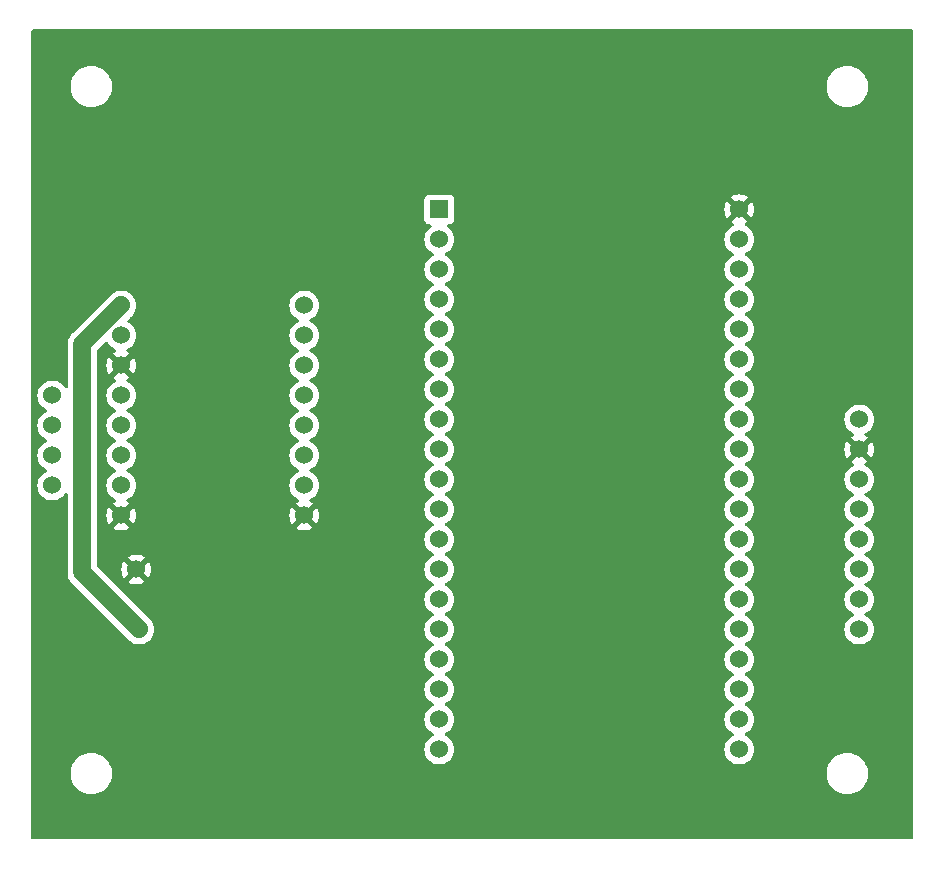
<source format=gbr>
%TF.GenerationSoftware,KiCad,Pcbnew,7.0.8*%
%TF.CreationDate,2024-02-29T18:24:51+01:00*%
%TF.ProjectId,pendulo_invert,70656e64-756c-46f5-9f69-6e766572742e,rev?*%
%TF.SameCoordinates,Original*%
%TF.FileFunction,Copper,L2,Bot*%
%TF.FilePolarity,Positive*%
%FSLAX46Y46*%
G04 Gerber Fmt 4.6, Leading zero omitted, Abs format (unit mm)*
G04 Created by KiCad (PCBNEW 7.0.8) date 2024-02-29 18:24:51*
%MOMM*%
%LPD*%
G01*
G04 APERTURE LIST*
%TA.AperFunction,ComponentPad*%
%ADD10C,1.524000*%
%TD*%
%TA.AperFunction,ComponentPad*%
%ADD11R,1.530000X1.530000*%
%TD*%
%TA.AperFunction,ComponentPad*%
%ADD12C,1.530000*%
%TD*%
%TA.AperFunction,Conductor*%
%ADD13C,1.494300*%
%TD*%
G04 APERTURE END LIST*
D10*
%TO.P,U1,1,PWMA*%
%TO.N,Net-(U1-PWMA)*%
X138430000Y-81788000D03*
%TO.P,U1,2,AIN2*%
%TO.N,Net-(U1-AIN2)*%
X138430000Y-84328000D03*
%TO.P,U1,3,AIN1*%
%TO.N,Net-(U1-AIN1)*%
X138430000Y-86868000D03*
%TO.P,U1,4,STBY*%
%TO.N,Net-(U1-STBY)*%
X138430000Y-89408000D03*
%TO.P,U1,5,BIN1*%
%TO.N,Net-(U1-BIN1)*%
X138430000Y-91948000D03*
%TO.P,U1,6,BIN2*%
%TO.N,Net-(U1-BIN2)*%
X138430000Y-94488000D03*
%TO.P,U1,7,PWMB*%
%TO.N,Net-(U1-PWMB)*%
X138430000Y-97028000D03*
%TO.P,U1,8,GND*%
%TO.N,GND*%
X138430000Y-99568000D03*
%TO.P,U1,9,VM*%
%TO.N,Net-(J1-Pin_1)*%
X122930000Y-81788000D03*
%TO.P,U1,10,VCC*%
%TO.N,Net-(U1-VCC)*%
X122930000Y-84328000D03*
%TO.P,U1,11,GND*%
%TO.N,GND*%
X122930000Y-86868000D03*
%TO.P,U1,12,AO1*%
%TO.N,Net-(J2-Pin_1)*%
X122930000Y-89408000D03*
%TO.P,U1,13,AO2*%
%TO.N,Net-(J3-Pin_1)*%
X122930000Y-91948000D03*
%TO.P,U1,14,B02*%
%TO.N,Net-(J4-Pin_1)*%
X122930000Y-94488000D03*
%TO.P,U1,15,BO1*%
%TO.N,Net-(J5-Pin_1)*%
X122930000Y-97028000D03*
%TO.P,U1,16,GND*%
%TO.N,GND*%
X122930000Y-99568000D03*
%TD*%
%TO.P,J3,1,Pin_1*%
%TO.N,Net-(J3-Pin_1)*%
X117088000Y-91948000D03*
%TD*%
D11*
%TO.P,U2,1,3V3*%
%TO.N,Net-(U1-VCC)*%
X149860000Y-73660000D03*
D12*
%TO.P,U2,2,EN*%
%TO.N,unconnected-(U2-EN-Pad2)*%
X149860000Y-76200000D03*
%TO.P,U2,3,SENSOR_VP*%
%TO.N,unconnected-(U2-SENSOR_VP-Pad3)*%
X149860000Y-78740000D03*
%TO.P,U2,4,SENSOR_VN*%
%TO.N,unconnected-(U2-SENSOR_VN-Pad4)*%
X149860000Y-81280000D03*
%TO.P,U2,5,IO34*%
%TO.N,unconnected-(U2-IO34-Pad5)*%
X149860000Y-83820000D03*
%TO.P,U2,6,IO35*%
%TO.N,unconnected-(U2-IO35-Pad6)*%
X149860000Y-86360000D03*
%TO.P,U2,7,IO32*%
%TO.N,Net-(U1-PWMA)*%
X149860000Y-88900000D03*
%TO.P,U2,8,IO33*%
%TO.N,Net-(U1-AIN2)*%
X149860000Y-91440000D03*
%TO.P,U2,9,IO25*%
%TO.N,Net-(U1-AIN1)*%
X149860000Y-93980000D03*
%TO.P,U2,10,IO26*%
%TO.N,Net-(U1-STBY)*%
X149860000Y-96520000D03*
%TO.P,U2,11,IO27*%
%TO.N,Net-(U1-BIN1)*%
X149860000Y-99060000D03*
%TO.P,U2,12,IO14*%
%TO.N,Net-(U1-BIN2)*%
X149860000Y-101600000D03*
%TO.P,U2,13,IO12*%
%TO.N,Net-(U1-PWMB)*%
X149860000Y-104140000D03*
%TO.P,U2,14,GND1*%
%TO.N,unconnected-(U2-GND1-Pad14)*%
X149860000Y-106680000D03*
%TO.P,U2,15,IO13*%
%TO.N,unconnected-(U2-IO13-Pad15)*%
X149860000Y-109220000D03*
%TO.P,U2,16,SD2*%
%TO.N,unconnected-(U2-SD2-Pad16)*%
X149860000Y-111760000D03*
%TO.P,U2,17,SD3*%
%TO.N,unconnected-(U2-SD3-Pad17)*%
X149860000Y-114300000D03*
%TO.P,U2,18,CMD*%
%TO.N,unconnected-(U2-CMD-Pad18)*%
X149860000Y-116840000D03*
%TO.P,U2,19,EXT_5V*%
%TO.N,Net-(U2-EXT_5V)*%
X149860000Y-119380000D03*
%TO.P,U2,20,CLK*%
%TO.N,unconnected-(U2-CLK-Pad20)*%
X175260000Y-119380000D03*
%TO.P,U2,21,SD0*%
%TO.N,unconnected-(U2-SD0-Pad21)*%
X175260000Y-116840000D03*
%TO.P,U2,22,SD1*%
%TO.N,unconnected-(U2-SD1-Pad22)*%
X175260000Y-114300000D03*
%TO.P,U2,23,IO15*%
%TO.N,unconnected-(U2-IO15-Pad23)*%
X175260000Y-111760000D03*
%TO.P,U2,24,IO2*%
%TO.N,Net-(U2-IO2)*%
X175260000Y-109220000D03*
%TO.P,U2,25,IO0*%
%TO.N,Net-(U2-IO0)*%
X175260000Y-106680000D03*
%TO.P,U2,26,IO4*%
%TO.N,Net-(U2-IO4)*%
X175260000Y-104140000D03*
%TO.P,U2,27,IO16*%
%TO.N,unconnected-(U2-IO16-Pad27)*%
X175260000Y-101600000D03*
%TO.P,U2,28,IO17*%
%TO.N,unconnected-(U2-IO17-Pad28)*%
X175260000Y-99060000D03*
%TO.P,U2,29,IO5*%
%TO.N,unconnected-(U2-IO5-Pad29)*%
X175260000Y-96520000D03*
%TO.P,U2,30,IO18*%
%TO.N,unconnected-(U2-IO18-Pad30)*%
X175260000Y-93980000D03*
%TO.P,U2,31,IO19*%
%TO.N,unconnected-(U2-IO19-Pad31)*%
X175260000Y-91440000D03*
%TO.P,U2,32,GND2*%
%TO.N,unconnected-(U2-GND2-Pad32)*%
X175260000Y-88900000D03*
%TO.P,U2,33,IO21*%
%TO.N,unconnected-(U2-IO21-Pad33)*%
X175260000Y-86360000D03*
%TO.P,U2,34,RXD0*%
%TO.N,unconnected-(U2-RXD0-Pad34)*%
X175260000Y-83820000D03*
%TO.P,U2,35,TXD0*%
%TO.N,unconnected-(U2-TXD0-Pad35)*%
X175260000Y-81280000D03*
%TO.P,U2,36,IO22*%
%TO.N,unconnected-(U2-IO22-Pad36)*%
X175260000Y-78740000D03*
%TO.P,U2,37,IO23*%
%TO.N,unconnected-(U2-IO23-Pad37)*%
X175260000Y-76200000D03*
%TO.P,U2,38,GND3*%
%TO.N,GND*%
X175260000Y-73660000D03*
%TD*%
D10*
%TO.P,J6,1,Pin_1*%
%TO.N,GND*%
X124206000Y-104140000D03*
%TD*%
%TO.P,J4,1,Pin_1*%
%TO.N,Net-(J4-Pin_1)*%
X117088000Y-94488000D03*
%TD*%
%TO.P,J2,1,Pin_1*%
%TO.N,Net-(J2-Pin_1)*%
X117088000Y-89408000D03*
%TD*%
%TO.P,J5,1,Pin_1*%
%TO.N,Net-(J5-Pin_1)*%
X117088000Y-97028000D03*
%TD*%
%TO.P,J1,1,Pin_1*%
%TO.N,Net-(J1-Pin_1)*%
X124460000Y-109220000D03*
%TD*%
%TO.P,U5,1,VCC*%
%TO.N,Net-(U1-VCC)*%
X185420000Y-91440000D03*
%TO.P,U5,2,GND*%
%TO.N,GND*%
X185420000Y-93980000D03*
%TO.P,U5,3,SCLK*%
%TO.N,Net-(U2-IO4)*%
X185420000Y-96520000D03*
%TO.P,U5,4,SDA*%
%TO.N,Net-(U2-IO0)*%
X185420000Y-99060000D03*
%TO.P,U5,5,XDA*%
%TO.N,unconnected-(U5-XDA-Pad5)*%
X185420000Y-101600000D03*
%TO.P,U5,6,XCLK*%
%TO.N,unconnected-(U5-XCLK-Pad6)*%
X185420000Y-104140000D03*
%TO.P,U5,7,ADO*%
%TO.N,unconnected-(U5-ADO-Pad7)*%
X185420000Y-106680000D03*
%TO.P,U5,8,INT*%
%TO.N,Net-(U2-IO2)*%
X185420000Y-109220000D03*
%TD*%
D13*
%TO.N,Net-(J1-Pin_1)*%
X119634000Y-85084000D02*
X119634000Y-104394000D01*
X119634000Y-104394000D02*
X124460000Y-109220000D01*
X122930000Y-81788000D02*
X119634000Y-85084000D01*
%TD*%
%TA.AperFunction,Conductor*%
%TO.N,GND*%
G36*
X189934539Y-58440185D02*
G01*
X189980294Y-58492989D01*
X189991500Y-58544500D01*
X189991500Y-126875500D01*
X189971815Y-126942539D01*
X189919011Y-126988294D01*
X189867500Y-126999500D01*
X115440500Y-126999500D01*
X115373461Y-126979815D01*
X115327706Y-126927011D01*
X115316500Y-126875500D01*
X115316500Y-121543187D01*
X118645500Y-121543187D01*
X118665794Y-121677823D01*
X118684604Y-121802615D01*
X118684605Y-121802617D01*
X118684606Y-121802623D01*
X118761938Y-122053326D01*
X118875767Y-122289696D01*
X118875768Y-122289697D01*
X118875770Y-122289700D01*
X118875772Y-122289704D01*
X119023567Y-122506479D01*
X119202014Y-122698801D01*
X119202018Y-122698804D01*
X119202019Y-122698805D01*
X119407143Y-122862386D01*
X119634357Y-122993568D01*
X119878584Y-123089420D01*
X120134370Y-123147802D01*
X120134376Y-123147802D01*
X120134379Y-123147803D01*
X120330500Y-123162500D01*
X120330506Y-123162500D01*
X120461500Y-123162500D01*
X120657620Y-123147803D01*
X120657622Y-123147802D01*
X120657630Y-123147802D01*
X120913416Y-123089420D01*
X121157643Y-122993568D01*
X121384857Y-122862386D01*
X121589981Y-122698805D01*
X121768433Y-122506479D01*
X121916228Y-122289704D01*
X122030063Y-122053323D01*
X122107396Y-121802615D01*
X122146499Y-121543187D01*
X182653500Y-121543187D01*
X182673794Y-121677823D01*
X182692604Y-121802615D01*
X182692605Y-121802617D01*
X182692606Y-121802623D01*
X182769938Y-122053326D01*
X182883767Y-122289696D01*
X182883768Y-122289697D01*
X182883770Y-122289700D01*
X182883772Y-122289704D01*
X183031567Y-122506479D01*
X183210014Y-122698801D01*
X183210018Y-122698804D01*
X183210019Y-122698805D01*
X183415143Y-122862386D01*
X183642357Y-122993568D01*
X183886584Y-123089420D01*
X184142370Y-123147802D01*
X184142376Y-123147802D01*
X184142379Y-123147803D01*
X184338500Y-123162500D01*
X184338506Y-123162500D01*
X184469500Y-123162500D01*
X184665620Y-123147803D01*
X184665622Y-123147802D01*
X184665630Y-123147802D01*
X184921416Y-123089420D01*
X185165643Y-122993568D01*
X185392857Y-122862386D01*
X185597981Y-122698805D01*
X185776433Y-122506479D01*
X185924228Y-122289704D01*
X186038063Y-122053323D01*
X186115396Y-121802615D01*
X186154500Y-121543182D01*
X186154500Y-121280818D01*
X186115396Y-121021385D01*
X186038063Y-120770677D01*
X185943216Y-120573724D01*
X185924232Y-120534303D01*
X185924231Y-120534302D01*
X185924230Y-120534301D01*
X185924228Y-120534296D01*
X185776433Y-120317521D01*
X185766441Y-120306753D01*
X185597985Y-120125198D01*
X185460010Y-120015167D01*
X185392857Y-119961614D01*
X185165643Y-119830432D01*
X184921416Y-119734580D01*
X184921411Y-119734578D01*
X184921402Y-119734576D01*
X184703818Y-119684914D01*
X184665630Y-119676198D01*
X184665629Y-119676197D01*
X184665625Y-119676197D01*
X184665620Y-119676196D01*
X184469500Y-119661500D01*
X184469494Y-119661500D01*
X184338506Y-119661500D01*
X184338500Y-119661500D01*
X184142379Y-119676196D01*
X184142374Y-119676197D01*
X183886597Y-119734576D01*
X183886578Y-119734582D01*
X183642356Y-119830432D01*
X183415143Y-119961614D01*
X183210014Y-120125198D01*
X183031567Y-120317520D01*
X182883768Y-120534302D01*
X182883767Y-120534303D01*
X182769938Y-120770673D01*
X182692606Y-121021376D01*
X182692605Y-121021381D01*
X182692604Y-121021385D01*
X182677853Y-121119247D01*
X182653500Y-121280812D01*
X182653500Y-121543187D01*
X122146499Y-121543187D01*
X122146500Y-121543182D01*
X122146500Y-121280818D01*
X122107396Y-121021385D01*
X122030063Y-120770677D01*
X121935216Y-120573724D01*
X121916232Y-120534303D01*
X121916231Y-120534302D01*
X121916230Y-120534301D01*
X121916228Y-120534296D01*
X121768433Y-120317521D01*
X121758441Y-120306753D01*
X121589985Y-120125198D01*
X121452010Y-120015167D01*
X121384857Y-119961614D01*
X121157643Y-119830432D01*
X120913416Y-119734580D01*
X120913411Y-119734578D01*
X120913402Y-119734576D01*
X120695818Y-119684914D01*
X120657630Y-119676198D01*
X120657629Y-119676197D01*
X120657625Y-119676197D01*
X120657620Y-119676196D01*
X120461500Y-119661500D01*
X120461494Y-119661500D01*
X120330506Y-119661500D01*
X120330500Y-119661500D01*
X120134379Y-119676196D01*
X120134374Y-119676197D01*
X119878597Y-119734576D01*
X119878578Y-119734582D01*
X119634356Y-119830432D01*
X119407143Y-119961614D01*
X119202014Y-120125198D01*
X119023567Y-120317520D01*
X118875768Y-120534302D01*
X118875767Y-120534303D01*
X118761938Y-120770673D01*
X118684606Y-121021376D01*
X118684605Y-121021381D01*
X118684604Y-121021385D01*
X118669853Y-121119247D01*
X118645500Y-121280812D01*
X118645500Y-121543187D01*
X115316500Y-121543187D01*
X115316500Y-119380001D01*
X148589666Y-119380001D01*
X148608964Y-119600585D01*
X148608965Y-119600592D01*
X148666275Y-119814475D01*
X148666279Y-119814486D01*
X148673715Y-119830432D01*
X148759858Y-120015167D01*
X148886868Y-120196555D01*
X149043445Y-120353132D01*
X149224833Y-120480142D01*
X149340968Y-120534296D01*
X149425513Y-120573720D01*
X149425515Y-120573720D01*
X149425520Y-120573723D01*
X149639409Y-120631035D01*
X149796974Y-120644820D01*
X149859998Y-120650334D01*
X149860000Y-120650334D01*
X149860002Y-120650334D01*
X149915147Y-120645509D01*
X150080591Y-120631035D01*
X150294480Y-120573723D01*
X150495167Y-120480142D01*
X150676555Y-120353132D01*
X150833132Y-120196555D01*
X150960142Y-120015167D01*
X151053723Y-119814480D01*
X151111035Y-119600591D01*
X151130334Y-119380001D01*
X173989666Y-119380001D01*
X174008964Y-119600585D01*
X174008965Y-119600592D01*
X174066275Y-119814475D01*
X174066279Y-119814486D01*
X174073715Y-119830432D01*
X174159858Y-120015167D01*
X174286868Y-120196555D01*
X174443445Y-120353132D01*
X174624833Y-120480142D01*
X174740968Y-120534296D01*
X174825513Y-120573720D01*
X174825515Y-120573720D01*
X174825520Y-120573723D01*
X175039409Y-120631035D01*
X175196974Y-120644820D01*
X175259998Y-120650334D01*
X175260000Y-120650334D01*
X175260002Y-120650334D01*
X175315147Y-120645509D01*
X175480591Y-120631035D01*
X175694480Y-120573723D01*
X175895167Y-120480142D01*
X176076555Y-120353132D01*
X176233132Y-120196555D01*
X176360142Y-120015167D01*
X176453723Y-119814480D01*
X176511035Y-119600591D01*
X176530334Y-119380000D01*
X176511035Y-119159409D01*
X176453723Y-118945520D01*
X176360142Y-118744833D01*
X176233132Y-118563445D01*
X176076555Y-118406868D01*
X175895167Y-118279858D01*
X175771907Y-118222381D01*
X175719468Y-118176210D01*
X175700316Y-118109017D01*
X175720531Y-118042136D01*
X175771908Y-117997618D01*
X175895167Y-117940142D01*
X176076555Y-117813132D01*
X176233132Y-117656555D01*
X176360142Y-117475167D01*
X176453723Y-117274480D01*
X176511035Y-117060591D01*
X176530334Y-116840000D01*
X176511035Y-116619409D01*
X176453723Y-116405520D01*
X176360142Y-116204833D01*
X176233132Y-116023445D01*
X176076555Y-115866868D01*
X175895167Y-115739858D01*
X175771907Y-115682381D01*
X175719468Y-115636210D01*
X175700316Y-115569017D01*
X175720531Y-115502136D01*
X175771908Y-115457618D01*
X175895167Y-115400142D01*
X176076555Y-115273132D01*
X176233132Y-115116555D01*
X176360142Y-114935167D01*
X176453723Y-114734480D01*
X176511035Y-114520591D01*
X176530334Y-114300000D01*
X176511035Y-114079409D01*
X176453723Y-113865520D01*
X176360142Y-113664833D01*
X176233132Y-113483445D01*
X176076555Y-113326868D01*
X175895167Y-113199858D01*
X175771907Y-113142381D01*
X175719468Y-113096210D01*
X175700316Y-113029017D01*
X175720531Y-112962136D01*
X175771908Y-112917618D01*
X175895167Y-112860142D01*
X176076555Y-112733132D01*
X176233132Y-112576555D01*
X176360142Y-112395167D01*
X176453723Y-112194480D01*
X176511035Y-111980591D01*
X176530334Y-111760000D01*
X176511035Y-111539409D01*
X176453723Y-111325520D01*
X176360142Y-111124833D01*
X176233132Y-110943445D01*
X176076555Y-110786868D01*
X175895167Y-110659858D01*
X175771907Y-110602381D01*
X175719468Y-110556210D01*
X175700316Y-110489017D01*
X175720531Y-110422136D01*
X175771908Y-110377618D01*
X175895167Y-110320142D01*
X176076555Y-110193132D01*
X176233132Y-110036555D01*
X176360142Y-109855167D01*
X176453723Y-109654480D01*
X176511035Y-109440591D01*
X176530334Y-109220002D01*
X184152677Y-109220002D01*
X184171929Y-109440062D01*
X184171930Y-109440070D01*
X184229104Y-109653445D01*
X184229105Y-109653447D01*
X184229106Y-109653450D01*
X184322466Y-109853662D01*
X184322468Y-109853666D01*
X184449170Y-110034615D01*
X184449175Y-110034621D01*
X184605378Y-110190824D01*
X184605384Y-110190829D01*
X184786333Y-110317531D01*
X184786335Y-110317532D01*
X184786338Y-110317534D01*
X184986550Y-110410894D01*
X185199932Y-110468070D01*
X185357123Y-110481822D01*
X185419998Y-110487323D01*
X185420000Y-110487323D01*
X185420002Y-110487323D01*
X185475017Y-110482509D01*
X185640068Y-110468070D01*
X185853450Y-110410894D01*
X186053662Y-110317534D01*
X186234620Y-110190826D01*
X186390826Y-110034620D01*
X186517534Y-109853662D01*
X186610894Y-109653450D01*
X186668070Y-109440068D01*
X186687323Y-109220000D01*
X186668070Y-108999932D01*
X186610894Y-108786550D01*
X186517534Y-108586339D01*
X186390826Y-108405380D01*
X186234620Y-108249174D01*
X186234616Y-108249171D01*
X186234615Y-108249170D01*
X186053666Y-108122468D01*
X186053658Y-108122464D01*
X185924811Y-108062382D01*
X185872371Y-108016210D01*
X185853219Y-107949017D01*
X185873435Y-107882135D01*
X185924811Y-107837618D01*
X185930802Y-107834824D01*
X186053662Y-107777534D01*
X186234620Y-107650826D01*
X186390826Y-107494620D01*
X186517534Y-107313662D01*
X186610894Y-107113450D01*
X186668070Y-106900068D01*
X186687323Y-106680000D01*
X186668070Y-106459932D01*
X186610894Y-106246550D01*
X186517534Y-106046339D01*
X186390826Y-105865380D01*
X186234620Y-105709174D01*
X186234616Y-105709171D01*
X186234615Y-105709170D01*
X186053666Y-105582468D01*
X186053658Y-105582464D01*
X185924811Y-105522382D01*
X185872371Y-105476210D01*
X185853219Y-105409017D01*
X185873435Y-105342135D01*
X185924811Y-105297618D01*
X185949505Y-105286103D01*
X186053662Y-105237534D01*
X186234620Y-105110826D01*
X186390826Y-104954620D01*
X186517534Y-104773662D01*
X186610894Y-104573450D01*
X186668070Y-104360068D01*
X186687323Y-104140000D01*
X186684532Y-104108102D01*
X186673748Y-103984838D01*
X186668070Y-103919932D01*
X186610894Y-103706550D01*
X186517534Y-103506339D01*
X186390826Y-103325380D01*
X186234620Y-103169174D01*
X186234616Y-103169171D01*
X186234615Y-103169170D01*
X186053666Y-103042468D01*
X186053658Y-103042464D01*
X185924811Y-102982382D01*
X185872371Y-102936210D01*
X185853219Y-102869017D01*
X185873435Y-102802135D01*
X185924811Y-102757618D01*
X185930802Y-102754824D01*
X186053662Y-102697534D01*
X186234620Y-102570826D01*
X186390826Y-102414620D01*
X186517534Y-102233662D01*
X186610894Y-102033450D01*
X186668070Y-101820068D01*
X186687323Y-101600000D01*
X186668070Y-101379932D01*
X186610894Y-101166550D01*
X186517534Y-100966339D01*
X186390826Y-100785380D01*
X186234620Y-100629174D01*
X186234616Y-100629171D01*
X186234615Y-100629170D01*
X186053666Y-100502468D01*
X186053658Y-100502464D01*
X185924811Y-100442382D01*
X185872371Y-100396210D01*
X185853219Y-100329017D01*
X185873435Y-100262135D01*
X185924811Y-100217618D01*
X185930802Y-100214824D01*
X186053662Y-100157534D01*
X186234620Y-100030826D01*
X186390826Y-99874620D01*
X186517534Y-99693662D01*
X186610894Y-99493450D01*
X186668070Y-99280068D01*
X186687323Y-99060000D01*
X186668070Y-98839932D01*
X186610894Y-98626550D01*
X186517534Y-98426339D01*
X186390826Y-98245380D01*
X186234620Y-98089174D01*
X186234616Y-98089171D01*
X186234615Y-98089170D01*
X186053666Y-97962468D01*
X186053658Y-97962464D01*
X185924811Y-97902382D01*
X185872371Y-97856210D01*
X185853219Y-97789017D01*
X185873435Y-97722135D01*
X185924811Y-97677618D01*
X185959020Y-97661666D01*
X186053662Y-97617534D01*
X186234620Y-97490826D01*
X186390826Y-97334620D01*
X186517534Y-97153662D01*
X186610894Y-96953450D01*
X186668070Y-96740068D01*
X186687323Y-96520000D01*
X186668070Y-96299932D01*
X186610894Y-96086550D01*
X186517534Y-95886339D01*
X186428360Y-95758984D01*
X186390827Y-95705381D01*
X186331064Y-95645618D01*
X186234620Y-95549174D01*
X186234616Y-95549171D01*
X186234615Y-95549170D01*
X186053666Y-95422468D01*
X186053658Y-95422464D01*
X185924219Y-95362106D01*
X185871779Y-95315934D01*
X185852627Y-95248741D01*
X185872843Y-95181859D01*
X185924219Y-95137342D01*
X186053408Y-95077100D01*
X186053420Y-95077093D01*
X186118186Y-95031742D01*
X186118187Y-95031740D01*
X185447448Y-94361000D01*
X185451569Y-94361000D01*
X185545421Y-94345339D01*
X185657251Y-94284820D01*
X185743371Y-94191269D01*
X185794448Y-94074823D01*
X185800105Y-94006552D01*
X186471740Y-94678187D01*
X186471742Y-94678186D01*
X186517093Y-94613420D01*
X186517100Y-94613408D01*
X186610419Y-94413284D01*
X186610424Y-94413270D01*
X186667573Y-94199986D01*
X186667575Y-94199976D01*
X186686821Y-93980000D01*
X186686821Y-93979999D01*
X186667575Y-93760023D01*
X186667573Y-93760013D01*
X186610424Y-93546729D01*
X186610420Y-93546720D01*
X186517098Y-93346590D01*
X186471740Y-93281811D01*
X185804903Y-93948648D01*
X185804949Y-93948102D01*
X185773734Y-93824838D01*
X185704187Y-93718388D01*
X185603843Y-93640287D01*
X185483578Y-93599000D01*
X185447447Y-93599000D01*
X186118187Y-92928258D01*
X186053409Y-92882900D01*
X186053407Y-92882899D01*
X185924219Y-92822658D01*
X185871779Y-92776486D01*
X185852627Y-92709293D01*
X185872843Y-92642411D01*
X185924219Y-92597894D01*
X185959020Y-92581666D01*
X186053662Y-92537534D01*
X186234620Y-92410826D01*
X186390826Y-92254620D01*
X186517534Y-92073662D01*
X186610894Y-91873450D01*
X186668070Y-91660068D01*
X186687323Y-91440000D01*
X186668070Y-91219932D01*
X186610894Y-91006550D01*
X186517534Y-90806339D01*
X186428360Y-90678984D01*
X186390827Y-90625381D01*
X186331064Y-90565618D01*
X186234620Y-90469174D01*
X186234616Y-90469171D01*
X186234615Y-90469170D01*
X186053666Y-90342468D01*
X186053662Y-90342466D01*
X186048065Y-90339856D01*
X185853450Y-90249106D01*
X185853447Y-90249105D01*
X185853445Y-90249104D01*
X185640070Y-90191930D01*
X185640062Y-90191929D01*
X185420002Y-90172677D01*
X185419998Y-90172677D01*
X185199937Y-90191929D01*
X185199929Y-90191930D01*
X184986554Y-90249104D01*
X184986548Y-90249107D01*
X184786340Y-90342465D01*
X184786338Y-90342466D01*
X184605377Y-90469175D01*
X184449175Y-90625377D01*
X184322466Y-90806338D01*
X184322465Y-90806340D01*
X184229107Y-91006548D01*
X184229104Y-91006554D01*
X184171930Y-91219929D01*
X184171929Y-91219937D01*
X184152677Y-91439997D01*
X184152677Y-91440002D01*
X184171929Y-91660062D01*
X184171930Y-91660070D01*
X184229104Y-91873445D01*
X184229105Y-91873447D01*
X184229106Y-91873450D01*
X184263868Y-91947997D01*
X184322466Y-92073662D01*
X184322468Y-92073666D01*
X184449170Y-92254615D01*
X184449175Y-92254621D01*
X184605378Y-92410824D01*
X184605384Y-92410829D01*
X184786333Y-92537531D01*
X184786335Y-92537532D01*
X184786338Y-92537534D01*
X184880980Y-92581666D01*
X184915781Y-92597894D01*
X184968220Y-92644066D01*
X184987372Y-92711260D01*
X184967156Y-92778141D01*
X184915781Y-92822658D01*
X184786586Y-92882903D01*
X184721812Y-92928257D01*
X184721811Y-92928258D01*
X185392554Y-93599000D01*
X185388431Y-93599000D01*
X185294579Y-93614661D01*
X185182749Y-93675180D01*
X185096629Y-93768731D01*
X185045552Y-93885177D01*
X185039894Y-93953447D01*
X184368258Y-93281811D01*
X184368257Y-93281812D01*
X184322903Y-93346586D01*
X184229579Y-93546720D01*
X184229575Y-93546729D01*
X184172426Y-93760013D01*
X184172424Y-93760023D01*
X184153179Y-93979999D01*
X184153179Y-93980000D01*
X184172424Y-94199976D01*
X184172426Y-94199986D01*
X184229575Y-94413270D01*
X184229580Y-94413284D01*
X184322899Y-94613407D01*
X184322900Y-94613409D01*
X184368258Y-94678187D01*
X185035096Y-94011349D01*
X185035051Y-94011898D01*
X185066266Y-94135162D01*
X185135813Y-94241612D01*
X185236157Y-94319713D01*
X185356422Y-94361000D01*
X185392553Y-94361000D01*
X184721811Y-95031741D01*
X184786582Y-95077094D01*
X184786588Y-95077098D01*
X184915781Y-95137342D01*
X184968220Y-95183514D01*
X184987372Y-95250708D01*
X184967156Y-95317589D01*
X184915781Y-95362106D01*
X184786340Y-95422465D01*
X184786338Y-95422466D01*
X184605377Y-95549175D01*
X184449175Y-95705377D01*
X184322466Y-95886338D01*
X184322465Y-95886340D01*
X184229107Y-96086548D01*
X184229104Y-96086554D01*
X184171930Y-96299929D01*
X184171929Y-96299937D01*
X184152677Y-96519997D01*
X184152677Y-96520002D01*
X184171929Y-96740062D01*
X184171930Y-96740070D01*
X184229104Y-96953445D01*
X184229105Y-96953447D01*
X184229106Y-96953450D01*
X184263868Y-97027997D01*
X184322466Y-97153662D01*
X184322468Y-97153666D01*
X184449170Y-97334615D01*
X184449175Y-97334621D01*
X184605378Y-97490824D01*
X184605384Y-97490829D01*
X184786333Y-97617531D01*
X184786335Y-97617532D01*
X184786338Y-97617534D01*
X184863247Y-97653397D01*
X184915189Y-97677618D01*
X184967628Y-97723790D01*
X184986780Y-97790984D01*
X184966564Y-97857865D01*
X184915189Y-97902382D01*
X184786340Y-97962465D01*
X184786338Y-97962466D01*
X184605377Y-98089175D01*
X184449175Y-98245377D01*
X184322466Y-98426338D01*
X184322465Y-98426340D01*
X184229107Y-98626548D01*
X184229104Y-98626554D01*
X184171930Y-98839929D01*
X184171929Y-98839937D01*
X184152677Y-99059997D01*
X184152677Y-99060002D01*
X184171929Y-99280062D01*
X184171930Y-99280070D01*
X184229104Y-99493445D01*
X184229105Y-99493447D01*
X184229106Y-99493450D01*
X184308086Y-99662823D01*
X184322466Y-99693662D01*
X184322468Y-99693666D01*
X184449170Y-99874615D01*
X184449175Y-99874621D01*
X184605378Y-100030824D01*
X184605384Y-100030829D01*
X184786333Y-100157531D01*
X184786335Y-100157532D01*
X184786338Y-100157534D01*
X184880429Y-100201409D01*
X184915189Y-100217618D01*
X184967628Y-100263790D01*
X184986780Y-100330984D01*
X184966564Y-100397865D01*
X184915189Y-100442382D01*
X184786340Y-100502465D01*
X184786338Y-100502466D01*
X184605377Y-100629175D01*
X184449175Y-100785377D01*
X184322466Y-100966338D01*
X184322465Y-100966340D01*
X184229107Y-101166548D01*
X184229104Y-101166554D01*
X184171930Y-101379929D01*
X184171929Y-101379937D01*
X184152677Y-101599997D01*
X184152677Y-101600002D01*
X184171929Y-101820062D01*
X184171930Y-101820070D01*
X184229104Y-102033445D01*
X184229105Y-102033447D01*
X184229106Y-102033450D01*
X184322466Y-102233662D01*
X184322468Y-102233666D01*
X184449170Y-102414615D01*
X184449175Y-102414621D01*
X184605378Y-102570824D01*
X184605384Y-102570829D01*
X184786333Y-102697531D01*
X184786335Y-102697532D01*
X184786338Y-102697534D01*
X184905748Y-102753215D01*
X184915189Y-102757618D01*
X184967628Y-102803790D01*
X184986780Y-102870984D01*
X184966564Y-102937865D01*
X184915189Y-102982382D01*
X184786340Y-103042465D01*
X184786338Y-103042466D01*
X184605377Y-103169175D01*
X184449175Y-103325377D01*
X184322466Y-103506338D01*
X184322465Y-103506340D01*
X184229107Y-103706548D01*
X184229104Y-103706554D01*
X184171930Y-103919929D01*
X184171929Y-103919937D01*
X184152677Y-104139997D01*
X184152677Y-104140002D01*
X184171929Y-104360062D01*
X184171930Y-104360070D01*
X184229104Y-104573445D01*
X184229105Y-104573447D01*
X184229106Y-104573450D01*
X184293918Y-104712441D01*
X184322466Y-104773662D01*
X184322468Y-104773666D01*
X184449170Y-104954615D01*
X184449175Y-104954621D01*
X184605378Y-105110824D01*
X184605384Y-105110829D01*
X184786333Y-105237531D01*
X184786335Y-105237532D01*
X184786338Y-105237534D01*
X184890495Y-105286103D01*
X184915189Y-105297618D01*
X184967628Y-105343790D01*
X184986780Y-105410984D01*
X184966564Y-105477865D01*
X184915189Y-105522382D01*
X184786340Y-105582465D01*
X184786338Y-105582466D01*
X184605377Y-105709175D01*
X184449175Y-105865377D01*
X184322466Y-106046338D01*
X184322465Y-106046340D01*
X184229107Y-106246548D01*
X184229104Y-106246554D01*
X184171930Y-106459929D01*
X184171929Y-106459937D01*
X184152677Y-106679997D01*
X184152677Y-106680002D01*
X184171929Y-106900062D01*
X184171930Y-106900070D01*
X184229104Y-107113445D01*
X184229105Y-107113447D01*
X184229106Y-107113450D01*
X184322466Y-107313662D01*
X184322468Y-107313666D01*
X184449170Y-107494615D01*
X184449175Y-107494621D01*
X184605378Y-107650824D01*
X184605384Y-107650829D01*
X184786333Y-107777531D01*
X184786335Y-107777532D01*
X184786338Y-107777534D01*
X184905748Y-107833215D01*
X184915189Y-107837618D01*
X184967628Y-107883790D01*
X184986780Y-107950984D01*
X184966564Y-108017865D01*
X184915189Y-108062382D01*
X184786340Y-108122465D01*
X184786338Y-108122466D01*
X184605377Y-108249175D01*
X184449175Y-108405377D01*
X184322466Y-108586338D01*
X184322465Y-108586340D01*
X184229107Y-108786548D01*
X184229104Y-108786554D01*
X184171930Y-108999929D01*
X184171929Y-108999937D01*
X184152677Y-109219997D01*
X184152677Y-109220002D01*
X176530334Y-109220002D01*
X176530334Y-109220000D01*
X176511035Y-108999409D01*
X176453723Y-108785520D01*
X176360142Y-108584833D01*
X176233132Y-108403445D01*
X176076555Y-108246868D01*
X175895167Y-108119858D01*
X175771907Y-108062381D01*
X175719468Y-108016210D01*
X175700316Y-107949017D01*
X175720531Y-107882136D01*
X175771908Y-107837618D01*
X175895167Y-107780142D01*
X176076555Y-107653132D01*
X176233132Y-107496555D01*
X176360142Y-107315167D01*
X176453723Y-107114480D01*
X176511035Y-106900591D01*
X176530334Y-106680000D01*
X176511035Y-106459409D01*
X176453723Y-106245520D01*
X176360142Y-106044833D01*
X176233132Y-105863445D01*
X176076555Y-105706868D01*
X175895167Y-105579858D01*
X175771907Y-105522381D01*
X175719468Y-105476210D01*
X175700316Y-105409017D01*
X175720531Y-105342136D01*
X175771908Y-105297618D01*
X175796602Y-105286103D01*
X175895167Y-105240142D01*
X176076555Y-105113132D01*
X176233132Y-104956555D01*
X176360142Y-104775167D01*
X176453723Y-104574480D01*
X176511035Y-104360591D01*
X176530334Y-104140000D01*
X176511035Y-103919409D01*
X176453723Y-103705520D01*
X176360142Y-103504833D01*
X176233132Y-103323445D01*
X176076555Y-103166868D01*
X175895167Y-103039858D01*
X175771907Y-102982381D01*
X175719468Y-102936210D01*
X175700316Y-102869017D01*
X175720531Y-102802136D01*
X175771908Y-102757618D01*
X175895167Y-102700142D01*
X176076555Y-102573132D01*
X176233132Y-102416555D01*
X176360142Y-102235167D01*
X176453723Y-102034480D01*
X176511035Y-101820591D01*
X176530334Y-101600000D01*
X176511035Y-101379409D01*
X176453723Y-101165520D01*
X176360142Y-100964833D01*
X176233132Y-100783445D01*
X176076555Y-100626868D01*
X175895167Y-100499858D01*
X175771907Y-100442381D01*
X175719468Y-100396210D01*
X175700316Y-100329017D01*
X175720531Y-100262136D01*
X175771908Y-100217618D01*
X175806645Y-100201420D01*
X175895167Y-100160142D01*
X176076555Y-100033132D01*
X176233132Y-99876555D01*
X176360142Y-99695167D01*
X176453723Y-99494480D01*
X176511035Y-99280591D01*
X176530334Y-99060000D01*
X176511035Y-98839409D01*
X176453723Y-98625520D01*
X176360142Y-98424833D01*
X176233132Y-98243445D01*
X176076555Y-98086868D01*
X175895167Y-97959858D01*
X175771907Y-97902381D01*
X175719468Y-97856210D01*
X175700316Y-97789017D01*
X175720531Y-97722136D01*
X175771908Y-97677618D01*
X175895167Y-97620142D01*
X176076555Y-97493132D01*
X176233132Y-97336555D01*
X176360142Y-97155167D01*
X176453723Y-96954480D01*
X176511035Y-96740591D01*
X176530334Y-96520000D01*
X176511035Y-96299409D01*
X176453723Y-96085520D01*
X176360142Y-95884833D01*
X176233132Y-95703445D01*
X176076555Y-95546868D01*
X175895167Y-95419858D01*
X175771907Y-95362381D01*
X175719468Y-95316210D01*
X175700316Y-95249017D01*
X175720531Y-95182136D01*
X175771908Y-95137618D01*
X175772500Y-95137342D01*
X175895167Y-95080142D01*
X176076555Y-94953132D01*
X176233132Y-94796555D01*
X176360142Y-94615167D01*
X176453723Y-94414480D01*
X176511035Y-94200591D01*
X176530334Y-93980000D01*
X176511035Y-93759409D01*
X176453723Y-93545520D01*
X176360142Y-93344833D01*
X176233132Y-93163445D01*
X176076555Y-93006868D01*
X175895167Y-92879858D01*
X175771907Y-92822381D01*
X175719468Y-92776210D01*
X175700316Y-92709017D01*
X175720531Y-92642136D01*
X175771908Y-92597618D01*
X175895167Y-92540142D01*
X176076555Y-92413132D01*
X176233132Y-92256555D01*
X176360142Y-92075167D01*
X176453723Y-91874480D01*
X176511035Y-91660591D01*
X176530334Y-91440000D01*
X176511035Y-91219409D01*
X176453723Y-91005520D01*
X176360142Y-90804833D01*
X176233132Y-90623445D01*
X176076555Y-90466868D01*
X175895167Y-90339858D01*
X175771907Y-90282381D01*
X175719468Y-90236210D01*
X175700316Y-90169017D01*
X175720531Y-90102136D01*
X175771908Y-90057618D01*
X175895167Y-90000142D01*
X176076555Y-89873132D01*
X176233132Y-89716555D01*
X176360142Y-89535167D01*
X176453723Y-89334480D01*
X176511035Y-89120591D01*
X176530334Y-88900000D01*
X176511035Y-88679409D01*
X176453723Y-88465520D01*
X176360142Y-88264833D01*
X176233132Y-88083445D01*
X176076555Y-87926868D01*
X175895167Y-87799858D01*
X175771907Y-87742381D01*
X175719468Y-87696210D01*
X175700316Y-87629017D01*
X175720531Y-87562136D01*
X175771908Y-87517618D01*
X175895167Y-87460142D01*
X176076555Y-87333132D01*
X176233132Y-87176555D01*
X176360142Y-86995167D01*
X176453723Y-86794480D01*
X176511035Y-86580591D01*
X176530334Y-86360000D01*
X176511035Y-86139409D01*
X176453723Y-85925520D01*
X176360142Y-85724833D01*
X176233132Y-85543445D01*
X176076555Y-85386868D01*
X175895167Y-85259858D01*
X175771907Y-85202381D01*
X175719468Y-85156210D01*
X175700316Y-85089017D01*
X175720531Y-85022136D01*
X175771908Y-84977618D01*
X175895167Y-84920142D01*
X176076555Y-84793132D01*
X176233132Y-84636555D01*
X176360142Y-84455167D01*
X176453723Y-84254480D01*
X176511035Y-84040591D01*
X176530334Y-83820000D01*
X176511035Y-83599409D01*
X176453723Y-83385520D01*
X176360142Y-83184833D01*
X176233132Y-83003445D01*
X176076555Y-82846868D01*
X175895167Y-82719858D01*
X175771907Y-82662381D01*
X175719468Y-82616210D01*
X175700316Y-82549017D01*
X175720531Y-82482136D01*
X175771908Y-82437618D01*
X175895167Y-82380142D01*
X176076555Y-82253132D01*
X176233132Y-82096555D01*
X176360142Y-81915167D01*
X176453723Y-81714480D01*
X176511035Y-81500591D01*
X176530334Y-81280000D01*
X176511035Y-81059409D01*
X176453723Y-80845520D01*
X176360142Y-80644833D01*
X176233132Y-80463445D01*
X176076555Y-80306868D01*
X175895167Y-80179858D01*
X175771907Y-80122381D01*
X175719468Y-80076210D01*
X175700316Y-80009017D01*
X175720531Y-79942136D01*
X175771908Y-79897618D01*
X175895167Y-79840142D01*
X176076555Y-79713132D01*
X176233132Y-79556555D01*
X176360142Y-79375167D01*
X176453723Y-79174480D01*
X176511035Y-78960591D01*
X176530334Y-78740000D01*
X176511035Y-78519409D01*
X176453723Y-78305520D01*
X176360142Y-78104833D01*
X176233132Y-77923445D01*
X176076555Y-77766868D01*
X175895167Y-77639858D01*
X175771907Y-77582381D01*
X175719468Y-77536210D01*
X175700316Y-77469017D01*
X175720531Y-77402136D01*
X175771908Y-77357618D01*
X175895167Y-77300142D01*
X176076555Y-77173132D01*
X176233132Y-77016555D01*
X176360142Y-76835167D01*
X176453723Y-76634480D01*
X176511035Y-76420591D01*
X176530334Y-76200000D01*
X176511035Y-75979409D01*
X176453723Y-75765520D01*
X176360142Y-75564833D01*
X176233132Y-75383445D01*
X176076555Y-75226868D01*
X175895167Y-75099858D01*
X175895163Y-75099856D01*
X175771317Y-75042106D01*
X175718877Y-74995934D01*
X175699725Y-74928741D01*
X175719941Y-74861859D01*
X175771317Y-74817342D01*
X175894912Y-74759708D01*
X175894914Y-74759707D01*
X175960342Y-74713894D01*
X175401366Y-74154918D01*
X175405161Y-74154373D01*
X175538562Y-74093451D01*
X175649395Y-73997413D01*
X175728682Y-73874040D01*
X175751133Y-73797580D01*
X176313894Y-74360342D01*
X176359706Y-74294915D01*
X176453250Y-74094309D01*
X176453254Y-74094300D01*
X176510538Y-73880509D01*
X176510540Y-73880499D01*
X176529832Y-73660000D01*
X176529832Y-73659999D01*
X176510540Y-73439500D01*
X176510538Y-73439490D01*
X176453254Y-73225699D01*
X176453250Y-73225690D01*
X176359707Y-73025085D01*
X176359706Y-73025083D01*
X176313894Y-72959657D01*
X176313894Y-72959656D01*
X175751132Y-73522418D01*
X175728682Y-73445960D01*
X175649395Y-73322587D01*
X175538562Y-73226549D01*
X175405161Y-73165627D01*
X175401366Y-73165081D01*
X175960342Y-72606105D01*
X175960341Y-72606103D01*
X175894919Y-72560295D01*
X175694309Y-72466749D01*
X175694300Y-72466745D01*
X175480509Y-72409461D01*
X175480499Y-72409459D01*
X175260001Y-72390168D01*
X175259999Y-72390168D01*
X175039500Y-72409459D01*
X175039490Y-72409461D01*
X174825699Y-72466745D01*
X174825690Y-72466749D01*
X174625084Y-72560293D01*
X174559657Y-72606104D01*
X175118634Y-73165081D01*
X175114839Y-73165627D01*
X174981438Y-73226549D01*
X174870605Y-73322587D01*
X174791318Y-73445960D01*
X174768866Y-73522419D01*
X174206104Y-72959657D01*
X174160293Y-73025084D01*
X174066749Y-73225690D01*
X174066745Y-73225699D01*
X174009461Y-73439490D01*
X174009459Y-73439500D01*
X173990168Y-73659999D01*
X173990168Y-73660000D01*
X174009459Y-73880499D01*
X174009461Y-73880509D01*
X174066745Y-74094300D01*
X174066749Y-74094309D01*
X174160295Y-74294919D01*
X174206103Y-74360341D01*
X174206105Y-74360342D01*
X174768866Y-73797580D01*
X174791318Y-73874040D01*
X174870605Y-73997413D01*
X174981438Y-74093451D01*
X175114839Y-74154373D01*
X175118633Y-74154918D01*
X174559656Y-74713894D01*
X174625083Y-74759706D01*
X174625085Y-74759707D01*
X174748683Y-74817342D01*
X174801122Y-74863514D01*
X174820274Y-74930708D01*
X174800058Y-74997589D01*
X174748683Y-75042106D01*
X174624833Y-75099857D01*
X174443444Y-75226868D01*
X174286868Y-75383444D01*
X174159857Y-75564834D01*
X174159856Y-75564836D01*
X174066279Y-75765513D01*
X174066275Y-75765524D01*
X174008965Y-75979407D01*
X174008964Y-75979414D01*
X173989666Y-76199998D01*
X173989666Y-76200001D01*
X174008964Y-76420585D01*
X174008965Y-76420592D01*
X174066275Y-76634475D01*
X174066279Y-76634486D01*
X174159856Y-76835163D01*
X174159858Y-76835167D01*
X174286868Y-77016555D01*
X174443445Y-77173132D01*
X174624833Y-77300142D01*
X174686828Y-77329050D01*
X174748091Y-77357618D01*
X174800531Y-77403790D01*
X174819683Y-77470983D01*
X174799467Y-77537865D01*
X174748091Y-77582382D01*
X174624836Y-77639856D01*
X174624834Y-77639857D01*
X174443444Y-77766868D01*
X174286868Y-77923444D01*
X174159857Y-78104834D01*
X174159856Y-78104836D01*
X174066279Y-78305513D01*
X174066275Y-78305524D01*
X174008965Y-78519407D01*
X174008964Y-78519414D01*
X173989666Y-78739998D01*
X173989666Y-78740001D01*
X174008964Y-78960585D01*
X174008965Y-78960592D01*
X174066275Y-79174475D01*
X174066279Y-79174486D01*
X174159856Y-79375163D01*
X174159858Y-79375167D01*
X174286868Y-79556555D01*
X174443445Y-79713132D01*
X174624833Y-79840142D01*
X174686828Y-79869050D01*
X174748091Y-79897618D01*
X174800531Y-79943790D01*
X174819683Y-80010983D01*
X174799467Y-80077865D01*
X174748091Y-80122382D01*
X174624836Y-80179856D01*
X174624834Y-80179857D01*
X174443444Y-80306868D01*
X174286868Y-80463444D01*
X174159857Y-80644834D01*
X174159856Y-80644836D01*
X174066279Y-80845513D01*
X174066275Y-80845524D01*
X174008965Y-81059407D01*
X174008964Y-81059414D01*
X173989666Y-81279998D01*
X173989666Y-81280001D01*
X174008964Y-81500585D01*
X174008965Y-81500592D01*
X174066275Y-81714475D01*
X174066279Y-81714486D01*
X174159856Y-81915163D01*
X174159858Y-81915167D01*
X174286868Y-82096555D01*
X174443445Y-82253132D01*
X174624833Y-82380142D01*
X174686828Y-82409050D01*
X174748091Y-82437618D01*
X174800531Y-82483790D01*
X174819683Y-82550983D01*
X174799467Y-82617865D01*
X174748091Y-82662382D01*
X174624836Y-82719856D01*
X174624834Y-82719857D01*
X174443444Y-82846868D01*
X174286868Y-83003444D01*
X174159857Y-83184834D01*
X174159856Y-83184836D01*
X174066279Y-83385513D01*
X174066275Y-83385524D01*
X174008965Y-83599407D01*
X174008964Y-83599414D01*
X173989666Y-83819998D01*
X173989666Y-83820001D01*
X174008964Y-84040585D01*
X174008965Y-84040592D01*
X174066275Y-84254475D01*
X174066279Y-84254486D01*
X174120429Y-84370611D01*
X174159858Y-84455167D01*
X174286868Y-84636555D01*
X174443445Y-84793132D01*
X174624833Y-84920142D01*
X174686828Y-84949050D01*
X174748091Y-84977618D01*
X174800531Y-85023790D01*
X174819683Y-85090983D01*
X174799467Y-85157865D01*
X174748091Y-85202382D01*
X174624836Y-85259856D01*
X174624834Y-85259857D01*
X174443444Y-85386868D01*
X174286868Y-85543444D01*
X174159857Y-85724834D01*
X174159856Y-85724836D01*
X174066279Y-85925513D01*
X174066275Y-85925524D01*
X174008965Y-86139407D01*
X174008964Y-86139414D01*
X173989666Y-86359998D01*
X173989666Y-86360001D01*
X174008964Y-86580585D01*
X174008965Y-86580592D01*
X174066275Y-86794475D01*
X174066279Y-86794486D01*
X174144776Y-86962823D01*
X174159858Y-86995167D01*
X174286868Y-87176555D01*
X174443445Y-87333132D01*
X174624833Y-87460142D01*
X174686828Y-87489050D01*
X174748091Y-87517618D01*
X174800531Y-87563790D01*
X174819683Y-87630983D01*
X174799467Y-87697865D01*
X174748091Y-87742382D01*
X174624836Y-87799856D01*
X174624834Y-87799857D01*
X174443444Y-87926868D01*
X174286868Y-88083444D01*
X174159857Y-88264834D01*
X174159856Y-88264836D01*
X174066279Y-88465513D01*
X174066275Y-88465524D01*
X174008965Y-88679407D01*
X174008964Y-88679414D01*
X173989666Y-88899998D01*
X173989666Y-88900001D01*
X174008964Y-89120585D01*
X174008965Y-89120592D01*
X174066275Y-89334475D01*
X174066279Y-89334486D01*
X174159856Y-89535163D01*
X174159858Y-89535167D01*
X174286868Y-89716555D01*
X174443445Y-89873132D01*
X174624833Y-90000142D01*
X174680722Y-90026203D01*
X174748091Y-90057618D01*
X174800531Y-90103790D01*
X174819683Y-90170983D01*
X174799467Y-90237865D01*
X174748091Y-90282382D01*
X174624836Y-90339856D01*
X174624834Y-90339857D01*
X174443444Y-90466868D01*
X174286868Y-90623444D01*
X174159857Y-90804834D01*
X174159856Y-90804836D01*
X174066279Y-91005513D01*
X174066275Y-91005524D01*
X174008965Y-91219407D01*
X174008964Y-91219414D01*
X173989666Y-91439998D01*
X173989666Y-91440001D01*
X174008964Y-91660585D01*
X174008965Y-91660592D01*
X174066275Y-91874475D01*
X174066279Y-91874486D01*
X174159156Y-92073662D01*
X174159858Y-92075167D01*
X174286868Y-92256555D01*
X174443445Y-92413132D01*
X174624833Y-92540142D01*
X174680722Y-92566203D01*
X174748091Y-92597618D01*
X174800531Y-92643790D01*
X174819683Y-92710983D01*
X174799467Y-92777865D01*
X174748091Y-92822382D01*
X174624836Y-92879856D01*
X174624834Y-92879857D01*
X174443444Y-93006868D01*
X174286868Y-93163444D01*
X174159857Y-93344834D01*
X174159856Y-93344836D01*
X174066279Y-93545513D01*
X174066275Y-93545524D01*
X174008965Y-93759407D01*
X174008964Y-93759414D01*
X173989666Y-93979998D01*
X173989666Y-93980001D01*
X174008964Y-94200585D01*
X174008965Y-94200592D01*
X174066275Y-94414475D01*
X174066279Y-94414486D01*
X174159037Y-94613407D01*
X174159858Y-94615167D01*
X174286868Y-94796555D01*
X174443445Y-94953132D01*
X174624833Y-95080142D01*
X174680722Y-95106203D01*
X174748091Y-95137618D01*
X174800531Y-95183790D01*
X174819683Y-95250983D01*
X174799467Y-95317865D01*
X174748091Y-95362382D01*
X174624836Y-95419856D01*
X174624834Y-95419857D01*
X174443444Y-95546868D01*
X174286868Y-95703444D01*
X174159857Y-95884834D01*
X174159856Y-95884836D01*
X174066279Y-96085513D01*
X174066275Y-96085524D01*
X174008965Y-96299407D01*
X174008964Y-96299414D01*
X173989666Y-96519998D01*
X173989666Y-96520001D01*
X174008964Y-96740585D01*
X174008965Y-96740592D01*
X174066275Y-96954475D01*
X174066279Y-96954486D01*
X174159156Y-97153662D01*
X174159858Y-97155167D01*
X174286868Y-97336555D01*
X174443445Y-97493132D01*
X174624833Y-97620142D01*
X174680722Y-97646203D01*
X174748091Y-97677618D01*
X174800531Y-97723790D01*
X174819683Y-97790983D01*
X174799467Y-97857865D01*
X174748091Y-97902382D01*
X174624836Y-97959856D01*
X174624834Y-97959857D01*
X174443444Y-98086868D01*
X174286868Y-98243444D01*
X174159857Y-98424834D01*
X174159856Y-98424836D01*
X174066279Y-98625513D01*
X174066275Y-98625524D01*
X174008965Y-98839407D01*
X174008964Y-98839414D01*
X173989666Y-99059998D01*
X173989666Y-99060001D01*
X174008964Y-99280585D01*
X174008965Y-99280592D01*
X174066275Y-99494475D01*
X174066279Y-99494486D01*
X174144776Y-99662823D01*
X174159858Y-99695167D01*
X174286868Y-99876555D01*
X174443445Y-100033132D01*
X174624833Y-100160142D01*
X174686828Y-100189050D01*
X174748091Y-100217618D01*
X174800531Y-100263790D01*
X174819683Y-100330983D01*
X174799467Y-100397865D01*
X174748091Y-100442382D01*
X174624836Y-100499856D01*
X174624834Y-100499857D01*
X174443444Y-100626868D01*
X174286868Y-100783444D01*
X174159857Y-100964834D01*
X174159856Y-100964836D01*
X174066279Y-101165513D01*
X174066275Y-101165524D01*
X174008965Y-101379407D01*
X174008964Y-101379414D01*
X173989666Y-101599998D01*
X173989666Y-101600001D01*
X174008964Y-101820585D01*
X174008965Y-101820592D01*
X174066275Y-102034475D01*
X174066279Y-102034486D01*
X174159156Y-102233662D01*
X174159858Y-102235167D01*
X174286868Y-102416555D01*
X174443445Y-102573132D01*
X174624833Y-102700142D01*
X174686828Y-102729050D01*
X174748091Y-102757618D01*
X174800531Y-102803790D01*
X174819683Y-102870983D01*
X174799467Y-102937865D01*
X174748091Y-102982382D01*
X174624836Y-103039856D01*
X174624834Y-103039857D01*
X174443444Y-103166868D01*
X174286868Y-103323444D01*
X174159857Y-103504834D01*
X174159856Y-103504836D01*
X174066279Y-103705513D01*
X174066275Y-103705524D01*
X174008965Y-103919407D01*
X174008964Y-103919414D01*
X173989666Y-104139998D01*
X173989666Y-104140001D01*
X174008964Y-104360585D01*
X174008965Y-104360592D01*
X174066275Y-104574475D01*
X174066279Y-104574486D01*
X174159037Y-104773407D01*
X174159858Y-104775167D01*
X174286868Y-104956555D01*
X174443445Y-105113132D01*
X174624833Y-105240142D01*
X174686828Y-105269050D01*
X174748091Y-105297618D01*
X174800531Y-105343790D01*
X174819683Y-105410983D01*
X174799467Y-105477865D01*
X174748091Y-105522382D01*
X174624836Y-105579856D01*
X174624834Y-105579857D01*
X174443444Y-105706868D01*
X174286868Y-105863444D01*
X174159857Y-106044834D01*
X174159856Y-106044836D01*
X174066279Y-106245513D01*
X174066275Y-106245524D01*
X174008965Y-106459407D01*
X174008964Y-106459414D01*
X173989666Y-106679998D01*
X173989666Y-106680001D01*
X174008964Y-106900585D01*
X174008965Y-106900592D01*
X174066275Y-107114475D01*
X174066279Y-107114486D01*
X174159156Y-107313662D01*
X174159858Y-107315167D01*
X174286868Y-107496555D01*
X174443445Y-107653132D01*
X174624833Y-107780142D01*
X174686828Y-107809050D01*
X174748091Y-107837618D01*
X174800531Y-107883790D01*
X174819683Y-107950983D01*
X174799467Y-108017865D01*
X174748091Y-108062382D01*
X174624836Y-108119856D01*
X174624834Y-108119857D01*
X174443444Y-108246868D01*
X174286868Y-108403444D01*
X174159857Y-108584834D01*
X174159856Y-108584836D01*
X174066279Y-108785513D01*
X174066275Y-108785524D01*
X174008965Y-108999407D01*
X174008964Y-108999414D01*
X173989666Y-109219998D01*
X173989666Y-109220001D01*
X174008964Y-109440585D01*
X174008965Y-109440592D01*
X174066275Y-109654475D01*
X174066279Y-109654486D01*
X174159156Y-109853662D01*
X174159858Y-109855167D01*
X174286868Y-110036555D01*
X174443445Y-110193132D01*
X174624833Y-110320142D01*
X174686828Y-110349050D01*
X174748091Y-110377618D01*
X174800531Y-110423790D01*
X174819683Y-110490983D01*
X174799467Y-110557865D01*
X174748091Y-110602382D01*
X174624836Y-110659856D01*
X174624834Y-110659857D01*
X174443444Y-110786868D01*
X174286868Y-110943444D01*
X174159857Y-111124834D01*
X174159856Y-111124836D01*
X174066279Y-111325513D01*
X174066275Y-111325524D01*
X174008965Y-111539407D01*
X174008964Y-111539414D01*
X173989666Y-111759998D01*
X173989666Y-111760001D01*
X174008964Y-111980585D01*
X174008965Y-111980592D01*
X174066275Y-112194475D01*
X174066279Y-112194486D01*
X174159856Y-112395163D01*
X174159858Y-112395167D01*
X174286868Y-112576555D01*
X174443445Y-112733132D01*
X174624833Y-112860142D01*
X174686828Y-112889050D01*
X174748091Y-112917618D01*
X174800531Y-112963790D01*
X174819683Y-113030983D01*
X174799467Y-113097865D01*
X174748091Y-113142382D01*
X174624836Y-113199856D01*
X174624834Y-113199857D01*
X174443444Y-113326868D01*
X174286868Y-113483444D01*
X174159857Y-113664834D01*
X174159856Y-113664836D01*
X174066279Y-113865513D01*
X174066275Y-113865524D01*
X174008965Y-114079407D01*
X174008964Y-114079414D01*
X173989666Y-114299998D01*
X173989666Y-114300001D01*
X174008964Y-114520585D01*
X174008965Y-114520592D01*
X174066275Y-114734475D01*
X174066279Y-114734486D01*
X174159856Y-114935163D01*
X174159858Y-114935167D01*
X174286868Y-115116555D01*
X174443445Y-115273132D01*
X174624833Y-115400142D01*
X174686828Y-115429050D01*
X174748091Y-115457618D01*
X174800531Y-115503790D01*
X174819683Y-115570983D01*
X174799467Y-115637865D01*
X174748091Y-115682382D01*
X174624836Y-115739856D01*
X174624834Y-115739857D01*
X174443444Y-115866868D01*
X174286868Y-116023444D01*
X174159857Y-116204834D01*
X174159856Y-116204836D01*
X174066279Y-116405513D01*
X174066275Y-116405524D01*
X174008965Y-116619407D01*
X174008964Y-116619414D01*
X173989666Y-116839998D01*
X173989666Y-116840001D01*
X174008964Y-117060585D01*
X174008965Y-117060592D01*
X174066275Y-117274475D01*
X174066279Y-117274486D01*
X174159856Y-117475163D01*
X174159858Y-117475167D01*
X174286868Y-117656555D01*
X174443445Y-117813132D01*
X174624833Y-117940142D01*
X174686828Y-117969050D01*
X174748091Y-117997618D01*
X174800531Y-118043790D01*
X174819683Y-118110983D01*
X174799467Y-118177865D01*
X174748091Y-118222382D01*
X174624836Y-118279856D01*
X174624834Y-118279857D01*
X174443444Y-118406868D01*
X174286868Y-118563444D01*
X174159857Y-118744834D01*
X174159856Y-118744836D01*
X174066279Y-118945513D01*
X174066275Y-118945524D01*
X174008965Y-119159407D01*
X174008964Y-119159414D01*
X173989666Y-119379998D01*
X173989666Y-119380001D01*
X151130334Y-119380001D01*
X151130334Y-119380000D01*
X151111035Y-119159409D01*
X151053723Y-118945520D01*
X150960142Y-118744833D01*
X150833132Y-118563445D01*
X150676555Y-118406868D01*
X150495167Y-118279858D01*
X150371907Y-118222381D01*
X150319468Y-118176210D01*
X150300316Y-118109017D01*
X150320531Y-118042136D01*
X150371908Y-117997618D01*
X150495167Y-117940142D01*
X150676555Y-117813132D01*
X150833132Y-117656555D01*
X150960142Y-117475167D01*
X151053723Y-117274480D01*
X151111035Y-117060591D01*
X151130334Y-116840000D01*
X151111035Y-116619409D01*
X151053723Y-116405520D01*
X150960142Y-116204833D01*
X150833132Y-116023445D01*
X150676555Y-115866868D01*
X150495167Y-115739858D01*
X150371907Y-115682381D01*
X150319468Y-115636210D01*
X150300316Y-115569017D01*
X150320531Y-115502136D01*
X150371908Y-115457618D01*
X150495167Y-115400142D01*
X150676555Y-115273132D01*
X150833132Y-115116555D01*
X150960142Y-114935167D01*
X151053723Y-114734480D01*
X151111035Y-114520591D01*
X151130334Y-114300000D01*
X151111035Y-114079409D01*
X151053723Y-113865520D01*
X150960142Y-113664833D01*
X150833132Y-113483445D01*
X150676555Y-113326868D01*
X150495167Y-113199858D01*
X150371907Y-113142381D01*
X150319468Y-113096210D01*
X150300316Y-113029017D01*
X150320531Y-112962136D01*
X150371908Y-112917618D01*
X150495167Y-112860142D01*
X150676555Y-112733132D01*
X150833132Y-112576555D01*
X150960142Y-112395167D01*
X151053723Y-112194480D01*
X151111035Y-111980591D01*
X151130334Y-111760000D01*
X151111035Y-111539409D01*
X151053723Y-111325520D01*
X150960142Y-111124833D01*
X150833132Y-110943445D01*
X150676555Y-110786868D01*
X150495167Y-110659858D01*
X150371907Y-110602381D01*
X150319468Y-110556210D01*
X150300316Y-110489017D01*
X150320531Y-110422136D01*
X150371908Y-110377618D01*
X150495167Y-110320142D01*
X150676555Y-110193132D01*
X150833132Y-110036555D01*
X150960142Y-109855167D01*
X151053723Y-109654480D01*
X151111035Y-109440591D01*
X151130334Y-109220000D01*
X151111035Y-108999409D01*
X151053723Y-108785520D01*
X150960142Y-108584833D01*
X150833132Y-108403445D01*
X150676555Y-108246868D01*
X150495167Y-108119858D01*
X150371907Y-108062381D01*
X150319468Y-108016210D01*
X150300316Y-107949017D01*
X150320531Y-107882136D01*
X150371908Y-107837618D01*
X150495167Y-107780142D01*
X150676555Y-107653132D01*
X150833132Y-107496555D01*
X150960142Y-107315167D01*
X151053723Y-107114480D01*
X151111035Y-106900591D01*
X151130334Y-106680000D01*
X151111035Y-106459409D01*
X151053723Y-106245520D01*
X150960142Y-106044833D01*
X150833132Y-105863445D01*
X150676555Y-105706868D01*
X150495167Y-105579858D01*
X150371907Y-105522381D01*
X150319468Y-105476210D01*
X150300316Y-105409017D01*
X150320531Y-105342136D01*
X150371908Y-105297618D01*
X150396602Y-105286103D01*
X150495167Y-105240142D01*
X150676555Y-105113132D01*
X150833132Y-104956555D01*
X150960142Y-104775167D01*
X151053723Y-104574480D01*
X151111035Y-104360591D01*
X151130334Y-104140000D01*
X151111035Y-103919409D01*
X151053723Y-103705520D01*
X150960142Y-103504833D01*
X150833132Y-103323445D01*
X150676555Y-103166868D01*
X150495167Y-103039858D01*
X150371907Y-102982381D01*
X150319468Y-102936210D01*
X150300316Y-102869017D01*
X150320531Y-102802136D01*
X150371908Y-102757618D01*
X150495167Y-102700142D01*
X150676555Y-102573132D01*
X150833132Y-102416555D01*
X150960142Y-102235167D01*
X151053723Y-102034480D01*
X151111035Y-101820591D01*
X151130334Y-101600000D01*
X151111035Y-101379409D01*
X151053723Y-101165520D01*
X150960142Y-100964833D01*
X150833132Y-100783445D01*
X150676555Y-100626868D01*
X150495167Y-100499858D01*
X150371907Y-100442381D01*
X150319468Y-100396210D01*
X150300316Y-100329017D01*
X150320531Y-100262136D01*
X150371908Y-100217618D01*
X150406645Y-100201420D01*
X150495167Y-100160142D01*
X150676555Y-100033132D01*
X150833132Y-99876555D01*
X150960142Y-99695167D01*
X151053723Y-99494480D01*
X151111035Y-99280591D01*
X151130334Y-99060000D01*
X151111035Y-98839409D01*
X151053723Y-98625520D01*
X150960142Y-98424833D01*
X150833132Y-98243445D01*
X150676555Y-98086868D01*
X150495167Y-97959858D01*
X150371907Y-97902381D01*
X150319468Y-97856210D01*
X150300316Y-97789017D01*
X150320531Y-97722136D01*
X150371908Y-97677618D01*
X150495167Y-97620142D01*
X150676555Y-97493132D01*
X150833132Y-97336555D01*
X150960142Y-97155167D01*
X151053723Y-96954480D01*
X151111035Y-96740591D01*
X151130334Y-96520000D01*
X151111035Y-96299409D01*
X151053723Y-96085520D01*
X150960142Y-95884833D01*
X150833132Y-95703445D01*
X150676555Y-95546868D01*
X150495167Y-95419858D01*
X150371907Y-95362381D01*
X150319468Y-95316210D01*
X150300316Y-95249017D01*
X150320531Y-95182136D01*
X150371908Y-95137618D01*
X150372500Y-95137342D01*
X150495167Y-95080142D01*
X150676555Y-94953132D01*
X150833132Y-94796555D01*
X150960142Y-94615167D01*
X151053723Y-94414480D01*
X151111035Y-94200591D01*
X151130334Y-93980000D01*
X151111035Y-93759409D01*
X151053723Y-93545520D01*
X150960142Y-93344833D01*
X150833132Y-93163445D01*
X150676555Y-93006868D01*
X150495167Y-92879858D01*
X150371907Y-92822381D01*
X150319468Y-92776210D01*
X150300316Y-92709017D01*
X150320531Y-92642136D01*
X150371908Y-92597618D01*
X150495167Y-92540142D01*
X150676555Y-92413132D01*
X150833132Y-92256555D01*
X150960142Y-92075167D01*
X151053723Y-91874480D01*
X151111035Y-91660591D01*
X151130334Y-91440000D01*
X151111035Y-91219409D01*
X151053723Y-91005520D01*
X150960142Y-90804833D01*
X150833132Y-90623445D01*
X150676555Y-90466868D01*
X150495167Y-90339858D01*
X150371907Y-90282381D01*
X150319468Y-90236210D01*
X150300316Y-90169017D01*
X150320531Y-90102136D01*
X150371908Y-90057618D01*
X150495167Y-90000142D01*
X150676555Y-89873132D01*
X150833132Y-89716555D01*
X150960142Y-89535167D01*
X151053723Y-89334480D01*
X151111035Y-89120591D01*
X151130334Y-88900000D01*
X151111035Y-88679409D01*
X151053723Y-88465520D01*
X150960142Y-88264833D01*
X150833132Y-88083445D01*
X150676555Y-87926868D01*
X150495167Y-87799858D01*
X150371907Y-87742381D01*
X150319468Y-87696210D01*
X150300316Y-87629017D01*
X150320531Y-87562136D01*
X150371908Y-87517618D01*
X150495167Y-87460142D01*
X150676555Y-87333132D01*
X150833132Y-87176555D01*
X150960142Y-86995167D01*
X151053723Y-86794480D01*
X151111035Y-86580591D01*
X151130334Y-86360000D01*
X151111035Y-86139409D01*
X151053723Y-85925520D01*
X150960142Y-85724833D01*
X150833132Y-85543445D01*
X150676555Y-85386868D01*
X150495167Y-85259858D01*
X150371907Y-85202381D01*
X150319468Y-85156210D01*
X150300316Y-85089017D01*
X150320531Y-85022136D01*
X150371908Y-84977618D01*
X150495167Y-84920142D01*
X150676555Y-84793132D01*
X150833132Y-84636555D01*
X150960142Y-84455167D01*
X151053723Y-84254480D01*
X151111035Y-84040591D01*
X151130334Y-83820000D01*
X151111035Y-83599409D01*
X151053723Y-83385520D01*
X150960142Y-83184833D01*
X150833132Y-83003445D01*
X150676555Y-82846868D01*
X150495167Y-82719858D01*
X150371907Y-82662381D01*
X150319468Y-82616210D01*
X150300316Y-82549017D01*
X150320531Y-82482136D01*
X150371908Y-82437618D01*
X150495167Y-82380142D01*
X150676555Y-82253132D01*
X150833132Y-82096555D01*
X150960142Y-81915167D01*
X151053723Y-81714480D01*
X151111035Y-81500591D01*
X151130334Y-81280000D01*
X151111035Y-81059409D01*
X151053723Y-80845520D01*
X150960142Y-80644833D01*
X150833132Y-80463445D01*
X150676555Y-80306868D01*
X150495167Y-80179858D01*
X150371907Y-80122381D01*
X150319468Y-80076210D01*
X150300316Y-80009017D01*
X150320531Y-79942136D01*
X150371908Y-79897618D01*
X150495167Y-79840142D01*
X150676555Y-79713132D01*
X150833132Y-79556555D01*
X150960142Y-79375167D01*
X151053723Y-79174480D01*
X151111035Y-78960591D01*
X151130334Y-78740000D01*
X151111035Y-78519409D01*
X151053723Y-78305520D01*
X150960142Y-78104833D01*
X150833132Y-77923445D01*
X150676555Y-77766868D01*
X150495167Y-77639858D01*
X150371907Y-77582381D01*
X150319468Y-77536210D01*
X150300316Y-77469017D01*
X150320531Y-77402136D01*
X150371908Y-77357618D01*
X150495167Y-77300142D01*
X150676555Y-77173132D01*
X150833132Y-77016555D01*
X150960142Y-76835167D01*
X151053723Y-76634480D01*
X151111035Y-76420591D01*
X151130334Y-76200000D01*
X151111035Y-75979409D01*
X151053723Y-75765520D01*
X150960142Y-75564833D01*
X150833132Y-75383445D01*
X150676555Y-75226868D01*
X150676552Y-75226866D01*
X150676550Y-75226864D01*
X150617495Y-75185513D01*
X150568309Y-75151073D01*
X150524685Y-75096497D01*
X150517491Y-75026999D01*
X150549014Y-74964644D01*
X150609244Y-74929230D01*
X150639432Y-74925499D01*
X150672872Y-74925499D01*
X150732483Y-74919091D01*
X150867331Y-74868796D01*
X150982546Y-74782546D01*
X151068796Y-74667331D01*
X151119091Y-74532483D01*
X151125500Y-74472873D01*
X151125499Y-72847128D01*
X151119091Y-72787517D01*
X151068796Y-72652669D01*
X151068795Y-72652668D01*
X151068793Y-72652664D01*
X150982547Y-72537455D01*
X150982544Y-72537452D01*
X150867335Y-72451206D01*
X150867328Y-72451202D01*
X150732482Y-72400908D01*
X150732483Y-72400908D01*
X150672883Y-72394501D01*
X150672881Y-72394500D01*
X150672873Y-72394500D01*
X150672864Y-72394500D01*
X149047129Y-72394500D01*
X149047123Y-72394501D01*
X148987516Y-72400908D01*
X148852671Y-72451202D01*
X148852664Y-72451206D01*
X148737455Y-72537452D01*
X148737452Y-72537455D01*
X148651206Y-72652664D01*
X148651202Y-72652671D01*
X148600908Y-72787517D01*
X148594501Y-72847116D01*
X148594501Y-72847123D01*
X148594500Y-72847135D01*
X148594500Y-74472870D01*
X148594501Y-74472876D01*
X148600908Y-74532483D01*
X148651202Y-74667328D01*
X148651206Y-74667335D01*
X148737452Y-74782544D01*
X148737455Y-74782547D01*
X148852664Y-74868793D01*
X148852671Y-74868797D01*
X148987517Y-74919091D01*
X148987516Y-74919091D01*
X148994444Y-74919835D01*
X149047127Y-74925500D01*
X149080564Y-74925499D01*
X149147601Y-74945182D01*
X149193357Y-74997984D01*
X149203302Y-75067143D01*
X149174279Y-75130699D01*
X149151689Y-75151073D01*
X149043447Y-75226866D01*
X149043441Y-75226871D01*
X148886868Y-75383444D01*
X148759857Y-75564834D01*
X148759856Y-75564836D01*
X148666279Y-75765513D01*
X148666275Y-75765524D01*
X148608965Y-75979407D01*
X148608964Y-75979414D01*
X148589666Y-76199998D01*
X148589666Y-76200001D01*
X148608964Y-76420585D01*
X148608965Y-76420592D01*
X148666275Y-76634475D01*
X148666279Y-76634486D01*
X148759856Y-76835163D01*
X148759858Y-76835167D01*
X148886868Y-77016555D01*
X149043445Y-77173132D01*
X149224833Y-77300142D01*
X149286828Y-77329050D01*
X149348091Y-77357618D01*
X149400531Y-77403790D01*
X149419683Y-77470983D01*
X149399467Y-77537865D01*
X149348091Y-77582382D01*
X149224836Y-77639856D01*
X149224834Y-77639857D01*
X149043444Y-77766868D01*
X148886868Y-77923444D01*
X148759857Y-78104834D01*
X148759856Y-78104836D01*
X148666279Y-78305513D01*
X148666275Y-78305524D01*
X148608965Y-78519407D01*
X148608964Y-78519414D01*
X148589666Y-78739998D01*
X148589666Y-78740001D01*
X148608964Y-78960585D01*
X148608965Y-78960592D01*
X148666275Y-79174475D01*
X148666279Y-79174486D01*
X148759856Y-79375163D01*
X148759858Y-79375167D01*
X148886868Y-79556555D01*
X149043445Y-79713132D01*
X149224833Y-79840142D01*
X149286828Y-79869050D01*
X149348091Y-79897618D01*
X149400531Y-79943790D01*
X149419683Y-80010983D01*
X149399467Y-80077865D01*
X149348091Y-80122382D01*
X149224836Y-80179856D01*
X149224834Y-80179857D01*
X149043444Y-80306868D01*
X148886868Y-80463444D01*
X148759857Y-80644834D01*
X148759856Y-80644836D01*
X148666279Y-80845513D01*
X148666275Y-80845524D01*
X148608965Y-81059407D01*
X148608964Y-81059414D01*
X148589666Y-81279998D01*
X148589666Y-81280001D01*
X148608964Y-81500585D01*
X148608965Y-81500592D01*
X148666275Y-81714475D01*
X148666279Y-81714486D01*
X148759856Y-81915163D01*
X148759858Y-81915167D01*
X148886868Y-82096555D01*
X149043445Y-82253132D01*
X149224833Y-82380142D01*
X149286828Y-82409050D01*
X149348091Y-82437618D01*
X149400531Y-82483790D01*
X149419683Y-82550983D01*
X149399467Y-82617865D01*
X149348091Y-82662382D01*
X149224836Y-82719856D01*
X149224834Y-82719857D01*
X149043444Y-82846868D01*
X148886868Y-83003444D01*
X148759857Y-83184834D01*
X148759856Y-83184836D01*
X148666279Y-83385513D01*
X148666275Y-83385524D01*
X148608965Y-83599407D01*
X148608964Y-83599414D01*
X148589666Y-83819998D01*
X148589666Y-83820001D01*
X148608964Y-84040585D01*
X148608965Y-84040592D01*
X148666275Y-84254475D01*
X148666279Y-84254486D01*
X148720429Y-84370611D01*
X148759858Y-84455167D01*
X148886868Y-84636555D01*
X149043445Y-84793132D01*
X149224833Y-84920142D01*
X149286828Y-84949050D01*
X149348091Y-84977618D01*
X149400531Y-85023790D01*
X149419683Y-85090983D01*
X149399467Y-85157865D01*
X149348091Y-85202382D01*
X149224836Y-85259856D01*
X149224834Y-85259857D01*
X149043444Y-85386868D01*
X148886868Y-85543444D01*
X148759857Y-85724834D01*
X148759856Y-85724836D01*
X148666279Y-85925513D01*
X148666275Y-85925524D01*
X148608965Y-86139407D01*
X148608964Y-86139414D01*
X148589666Y-86359998D01*
X148589666Y-86360001D01*
X148608964Y-86580585D01*
X148608965Y-86580592D01*
X148666275Y-86794475D01*
X148666279Y-86794486D01*
X148744776Y-86962823D01*
X148759858Y-86995167D01*
X148886868Y-87176555D01*
X149043445Y-87333132D01*
X149224833Y-87460142D01*
X149286828Y-87489050D01*
X149348091Y-87517618D01*
X149400531Y-87563790D01*
X149419683Y-87630983D01*
X149399467Y-87697865D01*
X149348091Y-87742382D01*
X149224836Y-87799856D01*
X149224834Y-87799857D01*
X149043444Y-87926868D01*
X148886868Y-88083444D01*
X148759857Y-88264834D01*
X148759856Y-88264836D01*
X148666279Y-88465513D01*
X148666275Y-88465524D01*
X148608965Y-88679407D01*
X148608964Y-88679414D01*
X148589666Y-88899998D01*
X148589666Y-88900001D01*
X148608964Y-89120585D01*
X148608965Y-89120592D01*
X148666275Y-89334475D01*
X148666279Y-89334486D01*
X148759856Y-89535163D01*
X148759858Y-89535167D01*
X148886868Y-89716555D01*
X149043445Y-89873132D01*
X149224833Y-90000142D01*
X149280722Y-90026203D01*
X149348091Y-90057618D01*
X149400531Y-90103790D01*
X149419683Y-90170983D01*
X149399467Y-90237865D01*
X149348091Y-90282382D01*
X149224836Y-90339856D01*
X149224834Y-90339857D01*
X149043444Y-90466868D01*
X148886868Y-90623444D01*
X148759857Y-90804834D01*
X148759856Y-90804836D01*
X148666279Y-91005513D01*
X148666275Y-91005524D01*
X148608965Y-91219407D01*
X148608964Y-91219414D01*
X148589666Y-91439998D01*
X148589666Y-91440001D01*
X148608964Y-91660585D01*
X148608965Y-91660592D01*
X148666275Y-91874475D01*
X148666279Y-91874486D01*
X148759156Y-92073662D01*
X148759858Y-92075167D01*
X148886868Y-92256555D01*
X149043445Y-92413132D01*
X149224833Y-92540142D01*
X149280722Y-92566203D01*
X149348091Y-92597618D01*
X149400531Y-92643790D01*
X149419683Y-92710983D01*
X149399467Y-92777865D01*
X149348091Y-92822382D01*
X149224836Y-92879856D01*
X149224834Y-92879857D01*
X149043444Y-93006868D01*
X148886868Y-93163444D01*
X148759857Y-93344834D01*
X148759856Y-93344836D01*
X148666279Y-93545513D01*
X148666275Y-93545524D01*
X148608965Y-93759407D01*
X148608964Y-93759414D01*
X148589666Y-93979998D01*
X148589666Y-93980001D01*
X148608964Y-94200585D01*
X148608965Y-94200592D01*
X148666275Y-94414475D01*
X148666279Y-94414486D01*
X148759037Y-94613407D01*
X148759858Y-94615167D01*
X148886868Y-94796555D01*
X149043445Y-94953132D01*
X149224833Y-95080142D01*
X149280722Y-95106203D01*
X149348091Y-95137618D01*
X149400531Y-95183790D01*
X149419683Y-95250983D01*
X149399467Y-95317865D01*
X149348091Y-95362382D01*
X149224836Y-95419856D01*
X149224834Y-95419857D01*
X149043444Y-95546868D01*
X148886868Y-95703444D01*
X148759857Y-95884834D01*
X148759856Y-95884836D01*
X148666279Y-96085513D01*
X148666275Y-96085524D01*
X148608965Y-96299407D01*
X148608964Y-96299414D01*
X148589666Y-96519998D01*
X148589666Y-96520001D01*
X148608964Y-96740585D01*
X148608965Y-96740592D01*
X148666275Y-96954475D01*
X148666279Y-96954486D01*
X148759156Y-97153662D01*
X148759858Y-97155167D01*
X148886868Y-97336555D01*
X149043445Y-97493132D01*
X149224833Y-97620142D01*
X149280722Y-97646203D01*
X149348091Y-97677618D01*
X149400531Y-97723790D01*
X149419683Y-97790983D01*
X149399467Y-97857865D01*
X149348091Y-97902382D01*
X149224836Y-97959856D01*
X149224834Y-97959857D01*
X149043444Y-98086868D01*
X148886868Y-98243444D01*
X148759857Y-98424834D01*
X148759856Y-98424836D01*
X148666279Y-98625513D01*
X148666275Y-98625524D01*
X148608965Y-98839407D01*
X148608964Y-98839414D01*
X148589666Y-99059998D01*
X148589666Y-99060001D01*
X148608964Y-99280585D01*
X148608965Y-99280592D01*
X148666275Y-99494475D01*
X148666279Y-99494486D01*
X148744776Y-99662823D01*
X148759858Y-99695167D01*
X148886868Y-99876555D01*
X149043445Y-100033132D01*
X149224833Y-100160142D01*
X149286828Y-100189050D01*
X149348091Y-100217618D01*
X149400531Y-100263790D01*
X149419683Y-100330983D01*
X149399467Y-100397865D01*
X149348091Y-100442382D01*
X149224836Y-100499856D01*
X149224834Y-100499857D01*
X149043444Y-100626868D01*
X148886868Y-100783444D01*
X148759857Y-100964834D01*
X148759856Y-100964836D01*
X148666279Y-101165513D01*
X148666275Y-101165524D01*
X148608965Y-101379407D01*
X148608964Y-101379414D01*
X148589666Y-101599998D01*
X148589666Y-101600001D01*
X148608964Y-101820585D01*
X148608965Y-101820592D01*
X148666275Y-102034475D01*
X148666279Y-102034486D01*
X148759156Y-102233662D01*
X148759858Y-102235167D01*
X148886868Y-102416555D01*
X149043445Y-102573132D01*
X149224833Y-102700142D01*
X149286828Y-102729050D01*
X149348091Y-102757618D01*
X149400531Y-102803790D01*
X149419683Y-102870983D01*
X149399467Y-102937865D01*
X149348091Y-102982382D01*
X149224836Y-103039856D01*
X149224834Y-103039857D01*
X149043444Y-103166868D01*
X148886868Y-103323444D01*
X148759857Y-103504834D01*
X148759856Y-103504836D01*
X148666279Y-103705513D01*
X148666275Y-103705524D01*
X148608965Y-103919407D01*
X148608964Y-103919414D01*
X148589666Y-104139998D01*
X148589666Y-104140001D01*
X148608964Y-104360585D01*
X148608965Y-104360592D01*
X148666275Y-104574475D01*
X148666279Y-104574486D01*
X148759037Y-104773407D01*
X148759858Y-104775167D01*
X148886868Y-104956555D01*
X149043445Y-105113132D01*
X149224833Y-105240142D01*
X149286828Y-105269050D01*
X149348091Y-105297618D01*
X149400531Y-105343790D01*
X149419683Y-105410983D01*
X149399467Y-105477865D01*
X149348091Y-105522382D01*
X149224836Y-105579856D01*
X149224834Y-105579857D01*
X149043444Y-105706868D01*
X148886868Y-105863444D01*
X148759857Y-106044834D01*
X148759856Y-106044836D01*
X148666279Y-106245513D01*
X148666275Y-106245524D01*
X148608965Y-106459407D01*
X148608964Y-106459414D01*
X148589666Y-106679998D01*
X148589666Y-106680001D01*
X148608964Y-106900585D01*
X148608965Y-106900592D01*
X148666275Y-107114475D01*
X148666279Y-107114486D01*
X148759156Y-107313662D01*
X148759858Y-107315167D01*
X148886868Y-107496555D01*
X149043445Y-107653132D01*
X149224833Y-107780142D01*
X149286828Y-107809050D01*
X149348091Y-107837618D01*
X149400531Y-107883790D01*
X149419683Y-107950983D01*
X149399467Y-108017865D01*
X149348091Y-108062382D01*
X149224836Y-108119856D01*
X149224834Y-108119857D01*
X149043444Y-108246868D01*
X148886868Y-108403444D01*
X148759857Y-108584834D01*
X148759856Y-108584836D01*
X148666279Y-108785513D01*
X148666275Y-108785524D01*
X148608965Y-108999407D01*
X148608964Y-108999414D01*
X148589666Y-109219998D01*
X148589666Y-109220001D01*
X148608964Y-109440585D01*
X148608965Y-109440592D01*
X148666275Y-109654475D01*
X148666279Y-109654486D01*
X148759156Y-109853662D01*
X148759858Y-109855167D01*
X148886868Y-110036555D01*
X149043445Y-110193132D01*
X149224833Y-110320142D01*
X149286828Y-110349050D01*
X149348091Y-110377618D01*
X149400531Y-110423790D01*
X149419683Y-110490983D01*
X149399467Y-110557865D01*
X149348091Y-110602382D01*
X149224836Y-110659856D01*
X149224834Y-110659857D01*
X149043444Y-110786868D01*
X148886868Y-110943444D01*
X148759857Y-111124834D01*
X148759856Y-111124836D01*
X148666279Y-111325513D01*
X148666275Y-111325524D01*
X148608965Y-111539407D01*
X148608964Y-111539414D01*
X148589666Y-111759998D01*
X148589666Y-111760001D01*
X148608964Y-111980585D01*
X148608965Y-111980592D01*
X148666275Y-112194475D01*
X148666279Y-112194486D01*
X148759856Y-112395163D01*
X148759858Y-112395167D01*
X148886868Y-112576555D01*
X149043445Y-112733132D01*
X149224833Y-112860142D01*
X149286828Y-112889050D01*
X149348091Y-112917618D01*
X149400531Y-112963790D01*
X149419683Y-113030983D01*
X149399467Y-113097865D01*
X149348091Y-113142382D01*
X149224836Y-113199856D01*
X149224834Y-113199857D01*
X149043444Y-113326868D01*
X148886868Y-113483444D01*
X148759857Y-113664834D01*
X148759856Y-113664836D01*
X148666279Y-113865513D01*
X148666275Y-113865524D01*
X148608965Y-114079407D01*
X148608964Y-114079414D01*
X148589666Y-114299998D01*
X148589666Y-114300001D01*
X148608964Y-114520585D01*
X148608965Y-114520592D01*
X148666275Y-114734475D01*
X148666279Y-114734486D01*
X148759856Y-114935163D01*
X148759858Y-114935167D01*
X148886868Y-115116555D01*
X149043445Y-115273132D01*
X149224833Y-115400142D01*
X149286828Y-115429050D01*
X149348091Y-115457618D01*
X149400531Y-115503790D01*
X149419683Y-115570983D01*
X149399467Y-115637865D01*
X149348091Y-115682382D01*
X149224836Y-115739856D01*
X149224834Y-115739857D01*
X149043444Y-115866868D01*
X148886868Y-116023444D01*
X148759857Y-116204834D01*
X148759856Y-116204836D01*
X148666279Y-116405513D01*
X148666275Y-116405524D01*
X148608965Y-116619407D01*
X148608964Y-116619414D01*
X148589666Y-116839998D01*
X148589666Y-116840001D01*
X148608964Y-117060585D01*
X148608965Y-117060592D01*
X148666275Y-117274475D01*
X148666279Y-117274486D01*
X148759856Y-117475163D01*
X148759858Y-117475167D01*
X148886868Y-117656555D01*
X149043445Y-117813132D01*
X149224833Y-117940142D01*
X149286828Y-117969050D01*
X149348091Y-117997618D01*
X149400531Y-118043790D01*
X149419683Y-118110983D01*
X149399467Y-118177865D01*
X149348091Y-118222382D01*
X149224836Y-118279856D01*
X149224834Y-118279857D01*
X149043444Y-118406868D01*
X148886868Y-118563444D01*
X148759857Y-118744834D01*
X148759856Y-118744836D01*
X148666279Y-118945513D01*
X148666275Y-118945524D01*
X148608965Y-119159407D01*
X148608964Y-119159414D01*
X148589666Y-119379998D01*
X148589666Y-119380001D01*
X115316500Y-119380001D01*
X115316500Y-97028002D01*
X115820677Y-97028002D01*
X115839929Y-97248062D01*
X115839930Y-97248070D01*
X115897104Y-97461445D01*
X115897105Y-97461447D01*
X115897106Y-97461450D01*
X115983257Y-97646203D01*
X115990466Y-97661662D01*
X115990468Y-97661666D01*
X116117170Y-97842615D01*
X116117175Y-97842621D01*
X116273378Y-97998824D01*
X116273384Y-97998829D01*
X116454333Y-98125531D01*
X116454335Y-98125532D01*
X116454338Y-98125534D01*
X116654550Y-98218894D01*
X116867932Y-98276070D01*
X117025123Y-98289822D01*
X117087998Y-98295323D01*
X117088000Y-98295323D01*
X117088002Y-98295323D01*
X117143017Y-98290509D01*
X117308068Y-98276070D01*
X117521450Y-98218894D01*
X117721662Y-98125534D01*
X117902620Y-97998826D01*
X118058826Y-97842620D01*
X118121954Y-97752463D01*
X118160775Y-97697022D01*
X118215352Y-97653397D01*
X118284850Y-97646203D01*
X118347205Y-97677726D01*
X118382619Y-97737956D01*
X118386350Y-97768145D01*
X118386350Y-104320454D01*
X118385960Y-104327402D01*
X118381623Y-104365888D01*
X118381622Y-104365895D01*
X118384031Y-104401612D01*
X118386210Y-104433936D01*
X118386350Y-104438090D01*
X118386350Y-104450033D01*
X118390119Y-104491918D01*
X118395616Y-104573450D01*
X118396730Y-104589963D01*
X118396731Y-104589970D01*
X118397791Y-104594177D01*
X118401047Y-104613346D01*
X118401436Y-104617669D01*
X118427591Y-104712441D01*
X118443396Y-104775167D01*
X118451604Y-104807738D01*
X118453402Y-104811697D01*
X118460029Y-104829977D01*
X118461183Y-104834159D01*
X118461186Y-104834168D01*
X118503829Y-104922716D01*
X118544479Y-105012212D01*
X118546959Y-105015792D01*
X118556743Y-105032594D01*
X118558625Y-105036501D01*
X118558629Y-105036509D01*
X118612623Y-105110824D01*
X118616381Y-105115997D01*
X118668857Y-105191741D01*
X118672377Y-105196821D01*
X118675441Y-105199885D01*
X118688086Y-105214689D01*
X118690631Y-105218193D01*
X118761659Y-105286103D01*
X123432444Y-109956887D01*
X123446337Y-109973443D01*
X123489174Y-110034620D01*
X123489175Y-110034621D01*
X123489176Y-110034622D01*
X123645378Y-110190824D01*
X123645384Y-110190829D01*
X123826333Y-110317531D01*
X123826335Y-110317532D01*
X123826338Y-110317534D01*
X124026550Y-110410894D01*
X124239932Y-110468070D01*
X124397123Y-110481822D01*
X124459998Y-110487323D01*
X124460000Y-110487323D01*
X124460002Y-110487323D01*
X124515017Y-110482509D01*
X124680068Y-110468070D01*
X124893450Y-110410894D01*
X125093662Y-110317534D01*
X125274620Y-110190826D01*
X125430826Y-110034620D01*
X125557534Y-109853662D01*
X125650894Y-109653450D01*
X125708070Y-109440068D01*
X125727323Y-109220000D01*
X125708070Y-108999932D01*
X125650894Y-108786550D01*
X125557534Y-108586339D01*
X125430826Y-108405380D01*
X125274620Y-108249174D01*
X125274615Y-108249171D01*
X125274612Y-108249168D01*
X125213447Y-108206339D01*
X125196890Y-108192446D01*
X121144444Y-104140000D01*
X122939179Y-104140000D01*
X122958424Y-104359976D01*
X122958426Y-104359986D01*
X123015575Y-104573270D01*
X123015580Y-104573284D01*
X123108899Y-104773407D01*
X123108900Y-104773409D01*
X123154258Y-104838187D01*
X123821096Y-104171349D01*
X123821051Y-104171898D01*
X123852266Y-104295162D01*
X123921813Y-104401612D01*
X124022157Y-104479713D01*
X124142422Y-104521000D01*
X124178553Y-104521000D01*
X123507811Y-105191741D01*
X123572582Y-105237094D01*
X123572592Y-105237100D01*
X123772715Y-105330419D01*
X123772729Y-105330424D01*
X123986013Y-105387573D01*
X123986023Y-105387575D01*
X124205999Y-105406821D01*
X124206001Y-105406821D01*
X124425976Y-105387575D01*
X124425986Y-105387573D01*
X124639270Y-105330424D01*
X124639284Y-105330419D01*
X124839408Y-105237100D01*
X124839420Y-105237093D01*
X124904186Y-105191742D01*
X124904187Y-105191740D01*
X124233448Y-104521000D01*
X124237569Y-104521000D01*
X124331421Y-104505339D01*
X124443251Y-104444820D01*
X124529371Y-104351269D01*
X124580448Y-104234823D01*
X124586105Y-104166552D01*
X125257740Y-104838187D01*
X125257742Y-104838186D01*
X125303093Y-104773420D01*
X125303100Y-104773408D01*
X125396419Y-104573284D01*
X125396424Y-104573270D01*
X125453573Y-104359986D01*
X125453575Y-104359976D01*
X125472821Y-104140000D01*
X125472821Y-104139999D01*
X125453575Y-103920023D01*
X125453573Y-103920013D01*
X125396424Y-103706729D01*
X125396420Y-103706720D01*
X125303098Y-103506590D01*
X125257740Y-103441811D01*
X124590903Y-104108648D01*
X124590949Y-104108102D01*
X124559734Y-103984838D01*
X124490187Y-103878388D01*
X124389843Y-103800287D01*
X124269578Y-103759000D01*
X124233447Y-103759000D01*
X124904187Y-103088258D01*
X124839409Y-103042900D01*
X124839407Y-103042899D01*
X124639284Y-102949580D01*
X124639270Y-102949575D01*
X124425986Y-102892426D01*
X124425976Y-102892424D01*
X124206001Y-102873179D01*
X124205999Y-102873179D01*
X123986023Y-102892424D01*
X123986013Y-102892426D01*
X123772729Y-102949575D01*
X123772720Y-102949579D01*
X123572586Y-103042903D01*
X123507812Y-103088257D01*
X123507811Y-103088258D01*
X124178554Y-103759000D01*
X124174431Y-103759000D01*
X124080579Y-103774661D01*
X123968749Y-103835180D01*
X123882629Y-103928731D01*
X123831552Y-104045177D01*
X123825894Y-104113447D01*
X123154258Y-103441811D01*
X123154257Y-103441812D01*
X123108903Y-103506586D01*
X123015579Y-103706720D01*
X123015575Y-103706729D01*
X122958426Y-103920013D01*
X122958424Y-103920023D01*
X122939179Y-104139999D01*
X122939179Y-104140000D01*
X121144444Y-104140000D01*
X120917969Y-103913525D01*
X120884484Y-103852202D01*
X120881650Y-103825844D01*
X120881650Y-85652155D01*
X120901335Y-85585116D01*
X120917969Y-85564474D01*
X121222587Y-85259856D01*
X121608126Y-84874316D01*
X121669447Y-84840833D01*
X121739138Y-84845817D01*
X121795072Y-84887688D01*
X121808186Y-84909593D01*
X121820543Y-84936094D01*
X121832464Y-84961658D01*
X121832468Y-84961666D01*
X121959170Y-85142615D01*
X121959175Y-85142621D01*
X122115378Y-85298824D01*
X122115384Y-85298829D01*
X122296333Y-85425531D01*
X122296335Y-85425532D01*
X122296338Y-85425534D01*
X122425189Y-85485618D01*
X122425781Y-85485894D01*
X122478220Y-85532066D01*
X122497372Y-85599260D01*
X122477156Y-85666141D01*
X122425781Y-85710658D01*
X122296586Y-85770903D01*
X122231812Y-85816257D01*
X122231811Y-85816258D01*
X122902554Y-86487000D01*
X122898431Y-86487000D01*
X122804579Y-86502661D01*
X122692749Y-86563180D01*
X122606629Y-86656731D01*
X122555552Y-86773177D01*
X122549894Y-86841447D01*
X121878258Y-86169811D01*
X121878257Y-86169812D01*
X121832903Y-86234586D01*
X121739579Y-86434720D01*
X121739575Y-86434729D01*
X121682426Y-86648013D01*
X121682424Y-86648023D01*
X121663179Y-86867999D01*
X121663179Y-86868000D01*
X121682424Y-87087976D01*
X121682426Y-87087986D01*
X121739575Y-87301270D01*
X121739580Y-87301284D01*
X121832899Y-87501407D01*
X121832900Y-87501409D01*
X121878258Y-87566187D01*
X122545096Y-86899349D01*
X122545051Y-86899898D01*
X122576266Y-87023162D01*
X122645813Y-87129612D01*
X122746157Y-87207713D01*
X122866422Y-87249000D01*
X122902553Y-87249000D01*
X122231811Y-87919741D01*
X122296582Y-87965094D01*
X122296588Y-87965098D01*
X122425781Y-88025342D01*
X122478220Y-88071514D01*
X122497372Y-88138708D01*
X122477156Y-88205589D01*
X122425781Y-88250106D01*
X122296340Y-88310465D01*
X122296338Y-88310466D01*
X122115377Y-88437175D01*
X121959175Y-88593377D01*
X121832466Y-88774338D01*
X121832465Y-88774340D01*
X121739107Y-88974548D01*
X121739104Y-88974554D01*
X121681930Y-89187929D01*
X121681929Y-89187937D01*
X121662677Y-89407997D01*
X121662677Y-89408002D01*
X121681929Y-89628062D01*
X121681930Y-89628070D01*
X121739104Y-89841445D01*
X121739105Y-89841447D01*
X121739106Y-89841450D01*
X121825257Y-90026203D01*
X121832466Y-90041662D01*
X121832468Y-90041666D01*
X121959170Y-90222615D01*
X121959175Y-90222621D01*
X122115378Y-90378824D01*
X122115384Y-90378829D01*
X122296333Y-90505531D01*
X122296335Y-90505532D01*
X122296338Y-90505534D01*
X122415748Y-90561215D01*
X122425189Y-90565618D01*
X122477628Y-90611790D01*
X122496780Y-90678984D01*
X122476564Y-90745865D01*
X122425189Y-90790382D01*
X122296340Y-90850465D01*
X122296338Y-90850466D01*
X122115377Y-90977175D01*
X121959175Y-91133377D01*
X121832466Y-91314338D01*
X121832465Y-91314340D01*
X121739107Y-91514548D01*
X121739104Y-91514554D01*
X121681930Y-91727929D01*
X121681929Y-91727937D01*
X121662677Y-91947997D01*
X121662677Y-91948002D01*
X121681929Y-92168062D01*
X121681930Y-92168070D01*
X121739104Y-92381445D01*
X121739105Y-92381447D01*
X121739106Y-92381450D01*
X121825257Y-92566203D01*
X121832466Y-92581662D01*
X121832468Y-92581666D01*
X121959170Y-92762615D01*
X121959175Y-92762621D01*
X122115378Y-92918824D01*
X122115384Y-92918829D01*
X122296333Y-93045531D01*
X122296335Y-93045532D01*
X122296338Y-93045534D01*
X122415748Y-93101215D01*
X122425189Y-93105618D01*
X122477628Y-93151790D01*
X122496780Y-93218984D01*
X122476564Y-93285865D01*
X122425189Y-93330382D01*
X122296340Y-93390465D01*
X122296338Y-93390466D01*
X122115377Y-93517175D01*
X121959175Y-93673377D01*
X121832466Y-93854338D01*
X121832465Y-93854340D01*
X121739107Y-94054548D01*
X121739104Y-94054554D01*
X121681930Y-94267929D01*
X121681929Y-94267937D01*
X121662677Y-94487997D01*
X121662677Y-94488002D01*
X121681929Y-94708062D01*
X121681930Y-94708070D01*
X121739104Y-94921445D01*
X121739105Y-94921447D01*
X121739106Y-94921450D01*
X121825257Y-95106203D01*
X121832466Y-95121662D01*
X121832468Y-95121666D01*
X121959170Y-95302615D01*
X121959175Y-95302621D01*
X122115378Y-95458824D01*
X122115384Y-95458829D01*
X122296333Y-95585531D01*
X122296335Y-95585532D01*
X122296338Y-95585534D01*
X122415748Y-95641215D01*
X122425189Y-95645618D01*
X122477628Y-95691790D01*
X122496780Y-95758984D01*
X122476564Y-95825865D01*
X122425189Y-95870382D01*
X122296340Y-95930465D01*
X122296338Y-95930466D01*
X122115377Y-96057175D01*
X121959175Y-96213377D01*
X121832466Y-96394338D01*
X121832465Y-96394340D01*
X121739107Y-96594548D01*
X121739104Y-96594554D01*
X121681930Y-96807929D01*
X121681929Y-96807937D01*
X121662677Y-97027997D01*
X121662677Y-97028002D01*
X121681929Y-97248062D01*
X121681930Y-97248070D01*
X121739104Y-97461445D01*
X121739105Y-97461447D01*
X121739106Y-97461450D01*
X121825257Y-97646203D01*
X121832466Y-97661662D01*
X121832468Y-97661666D01*
X121959170Y-97842615D01*
X121959175Y-97842621D01*
X122115378Y-97998824D01*
X122115384Y-97998829D01*
X122296333Y-98125531D01*
X122296335Y-98125532D01*
X122296338Y-98125534D01*
X122425781Y-98185894D01*
X122478220Y-98232066D01*
X122497372Y-98299260D01*
X122477156Y-98366141D01*
X122425781Y-98410658D01*
X122296586Y-98470903D01*
X122231812Y-98516257D01*
X122231811Y-98516258D01*
X122902554Y-99187000D01*
X122898431Y-99187000D01*
X122804579Y-99202661D01*
X122692749Y-99263180D01*
X122606629Y-99356731D01*
X122555552Y-99473177D01*
X122549894Y-99541447D01*
X121878258Y-98869811D01*
X121878257Y-98869812D01*
X121832903Y-98934586D01*
X121739579Y-99134720D01*
X121739575Y-99134729D01*
X121682426Y-99348013D01*
X121682424Y-99348023D01*
X121663179Y-99567999D01*
X121663179Y-99568000D01*
X121682424Y-99787976D01*
X121682426Y-99787986D01*
X121739575Y-100001270D01*
X121739580Y-100001284D01*
X121832899Y-100201407D01*
X121832900Y-100201409D01*
X121878258Y-100266187D01*
X122545096Y-99599349D01*
X122545051Y-99599898D01*
X122576266Y-99723162D01*
X122645813Y-99829612D01*
X122746157Y-99907713D01*
X122866422Y-99949000D01*
X122902553Y-99949000D01*
X122231811Y-100619741D01*
X122296582Y-100665094D01*
X122296592Y-100665100D01*
X122496715Y-100758419D01*
X122496729Y-100758424D01*
X122710013Y-100815573D01*
X122710023Y-100815575D01*
X122929999Y-100834821D01*
X122930001Y-100834821D01*
X123149976Y-100815575D01*
X123149986Y-100815573D01*
X123363270Y-100758424D01*
X123363284Y-100758419D01*
X123563408Y-100665100D01*
X123563420Y-100665093D01*
X123628186Y-100619742D01*
X123628187Y-100619740D01*
X122957448Y-99949000D01*
X122961569Y-99949000D01*
X123055421Y-99933339D01*
X123167251Y-99872820D01*
X123253371Y-99779269D01*
X123304448Y-99662823D01*
X123310105Y-99594552D01*
X123981740Y-100266187D01*
X123981742Y-100266186D01*
X124027093Y-100201420D01*
X124027100Y-100201408D01*
X124120419Y-100001284D01*
X124120424Y-100001270D01*
X124177573Y-99787986D01*
X124177575Y-99787976D01*
X124196821Y-99568000D01*
X124196821Y-99567999D01*
X124177575Y-99348023D01*
X124177573Y-99348013D01*
X124120424Y-99134729D01*
X124120420Y-99134720D01*
X124027098Y-98934590D01*
X123981740Y-98869811D01*
X123314903Y-99536648D01*
X123314949Y-99536102D01*
X123283734Y-99412838D01*
X123214187Y-99306388D01*
X123113843Y-99228287D01*
X122993578Y-99187000D01*
X122957447Y-99187000D01*
X123628187Y-98516258D01*
X123563409Y-98470900D01*
X123563407Y-98470899D01*
X123434219Y-98410658D01*
X123381779Y-98364486D01*
X123362627Y-98297293D01*
X123382843Y-98230411D01*
X123434219Y-98185894D01*
X123563662Y-98125534D01*
X123744620Y-97998826D01*
X123900826Y-97842620D01*
X124027534Y-97661662D01*
X124120894Y-97461450D01*
X124178070Y-97248068D01*
X124197323Y-97028002D01*
X137162677Y-97028002D01*
X137181929Y-97248062D01*
X137181930Y-97248070D01*
X137239104Y-97461445D01*
X137239105Y-97461447D01*
X137239106Y-97461450D01*
X137325257Y-97646203D01*
X137332466Y-97661662D01*
X137332468Y-97661666D01*
X137459170Y-97842615D01*
X137459175Y-97842621D01*
X137615378Y-97998824D01*
X137615384Y-97998829D01*
X137796333Y-98125531D01*
X137796335Y-98125532D01*
X137796338Y-98125534D01*
X137925781Y-98185894D01*
X137978220Y-98232066D01*
X137997372Y-98299260D01*
X137977156Y-98366141D01*
X137925781Y-98410658D01*
X137796586Y-98470903D01*
X137731812Y-98516257D01*
X137731811Y-98516258D01*
X138402554Y-99187000D01*
X138398431Y-99187000D01*
X138304579Y-99202661D01*
X138192749Y-99263180D01*
X138106629Y-99356731D01*
X138055552Y-99473177D01*
X138049894Y-99541447D01*
X137378258Y-98869811D01*
X137378257Y-98869812D01*
X137332903Y-98934586D01*
X137239579Y-99134720D01*
X137239575Y-99134729D01*
X137182426Y-99348013D01*
X137182424Y-99348023D01*
X137163179Y-99567999D01*
X137163179Y-99568000D01*
X137182424Y-99787976D01*
X137182426Y-99787986D01*
X137239575Y-100001270D01*
X137239580Y-100001284D01*
X137332899Y-100201407D01*
X137332900Y-100201409D01*
X137378258Y-100266187D01*
X138045096Y-99599349D01*
X138045051Y-99599898D01*
X138076266Y-99723162D01*
X138145813Y-99829612D01*
X138246157Y-99907713D01*
X138366422Y-99949000D01*
X138402553Y-99949000D01*
X137731811Y-100619741D01*
X137796582Y-100665094D01*
X137796592Y-100665100D01*
X137996715Y-100758419D01*
X137996729Y-100758424D01*
X138210013Y-100815573D01*
X138210023Y-100815575D01*
X138429999Y-100834821D01*
X138430001Y-100834821D01*
X138649976Y-100815575D01*
X138649986Y-100815573D01*
X138863270Y-100758424D01*
X138863284Y-100758419D01*
X139063408Y-100665100D01*
X139063420Y-100665093D01*
X139128186Y-100619742D01*
X139128187Y-100619740D01*
X138457448Y-99949000D01*
X138461569Y-99949000D01*
X138555421Y-99933339D01*
X138667251Y-99872820D01*
X138753371Y-99779269D01*
X138804448Y-99662823D01*
X138810105Y-99594552D01*
X139481740Y-100266187D01*
X139481742Y-100266186D01*
X139527093Y-100201420D01*
X139527100Y-100201408D01*
X139620419Y-100001284D01*
X139620424Y-100001270D01*
X139677573Y-99787986D01*
X139677575Y-99787976D01*
X139696821Y-99568000D01*
X139696821Y-99567999D01*
X139677575Y-99348023D01*
X139677573Y-99348013D01*
X139620424Y-99134729D01*
X139620420Y-99134720D01*
X139527098Y-98934590D01*
X139481740Y-98869811D01*
X138814903Y-99536648D01*
X138814949Y-99536102D01*
X138783734Y-99412838D01*
X138714187Y-99306388D01*
X138613843Y-99228287D01*
X138493578Y-99187000D01*
X138457447Y-99187000D01*
X139128187Y-98516258D01*
X139063409Y-98470900D01*
X139063407Y-98470899D01*
X138934219Y-98410658D01*
X138881779Y-98364486D01*
X138862627Y-98297293D01*
X138882843Y-98230411D01*
X138934219Y-98185894D01*
X139063662Y-98125534D01*
X139244620Y-97998826D01*
X139400826Y-97842620D01*
X139527534Y-97661662D01*
X139620894Y-97461450D01*
X139678070Y-97248068D01*
X139697323Y-97028000D01*
X139678070Y-96807932D01*
X139620894Y-96594550D01*
X139527534Y-96394339D01*
X139400826Y-96213380D01*
X139244620Y-96057174D01*
X139244616Y-96057171D01*
X139244615Y-96057170D01*
X139063666Y-95930468D01*
X139063658Y-95930464D01*
X138934811Y-95870382D01*
X138882371Y-95824210D01*
X138863219Y-95757017D01*
X138883435Y-95690135D01*
X138934811Y-95645618D01*
X138940802Y-95642824D01*
X139063662Y-95585534D01*
X139244620Y-95458826D01*
X139400826Y-95302620D01*
X139527534Y-95121662D01*
X139620894Y-94921450D01*
X139678070Y-94708068D01*
X139697323Y-94488000D01*
X139678070Y-94267932D01*
X139620894Y-94054550D01*
X139527534Y-93854339D01*
X139432341Y-93718388D01*
X139400827Y-93673381D01*
X139326446Y-93599000D01*
X139244620Y-93517174D01*
X139244616Y-93517171D01*
X139244615Y-93517170D01*
X139063666Y-93390468D01*
X139063658Y-93390464D01*
X138934811Y-93330382D01*
X138882371Y-93284210D01*
X138863219Y-93217017D01*
X138883435Y-93150135D01*
X138934811Y-93105618D01*
X138940802Y-93102824D01*
X139063662Y-93045534D01*
X139244620Y-92918826D01*
X139400826Y-92762620D01*
X139527534Y-92581662D01*
X139620894Y-92381450D01*
X139678070Y-92168068D01*
X139697323Y-91948000D01*
X139678070Y-91727932D01*
X139620894Y-91514550D01*
X139527534Y-91314339D01*
X139400826Y-91133380D01*
X139244620Y-90977174D01*
X139244616Y-90977171D01*
X139244615Y-90977170D01*
X139063666Y-90850468D01*
X139063658Y-90850464D01*
X138934811Y-90790382D01*
X138882371Y-90744210D01*
X138863219Y-90677017D01*
X138883435Y-90610135D01*
X138934811Y-90565618D01*
X138940802Y-90562824D01*
X139063662Y-90505534D01*
X139244620Y-90378826D01*
X139400826Y-90222620D01*
X139527534Y-90041662D01*
X139620894Y-89841450D01*
X139678070Y-89628068D01*
X139697323Y-89408000D01*
X139678070Y-89187932D01*
X139620894Y-88974550D01*
X139527534Y-88774339D01*
X139400826Y-88593380D01*
X139244620Y-88437174D01*
X139244616Y-88437171D01*
X139244615Y-88437170D01*
X139063666Y-88310468D01*
X139063658Y-88310464D01*
X138934811Y-88250382D01*
X138882371Y-88204210D01*
X138863219Y-88137017D01*
X138883435Y-88070135D01*
X138934811Y-88025618D01*
X138940802Y-88022824D01*
X139063662Y-87965534D01*
X139244620Y-87838826D01*
X139400826Y-87682620D01*
X139527534Y-87501662D01*
X139620894Y-87301450D01*
X139678070Y-87088068D01*
X139697323Y-86868000D01*
X139694532Y-86836102D01*
X139683748Y-86712838D01*
X139678070Y-86647932D01*
X139620894Y-86434550D01*
X139527534Y-86234339D01*
X139400826Y-86053380D01*
X139244620Y-85897174D01*
X139244616Y-85897171D01*
X139244615Y-85897170D01*
X139063666Y-85770468D01*
X139063658Y-85770464D01*
X138934811Y-85710382D01*
X138882371Y-85664210D01*
X138863219Y-85597017D01*
X138883435Y-85530135D01*
X138934811Y-85485618D01*
X138940802Y-85482824D01*
X139063662Y-85425534D01*
X139244620Y-85298826D01*
X139400826Y-85142620D01*
X139527534Y-84961662D01*
X139620894Y-84761450D01*
X139678070Y-84548068D01*
X139693595Y-84370611D01*
X139697323Y-84328002D01*
X139697323Y-84327997D01*
X139684249Y-84178560D01*
X139678070Y-84107932D01*
X139620894Y-83894550D01*
X139527534Y-83694339D01*
X139400826Y-83513380D01*
X139244620Y-83357174D01*
X139244616Y-83357171D01*
X139244615Y-83357170D01*
X139063666Y-83230468D01*
X139063658Y-83230464D01*
X138934811Y-83170382D01*
X138882371Y-83124210D01*
X138863219Y-83057017D01*
X138883435Y-82990135D01*
X138934811Y-82945618D01*
X138940802Y-82942824D01*
X139063662Y-82885534D01*
X139244620Y-82758826D01*
X139400826Y-82602620D01*
X139527534Y-82421662D01*
X139620894Y-82221450D01*
X139678070Y-82008068D01*
X139697323Y-81788000D01*
X139678070Y-81567932D01*
X139620894Y-81354550D01*
X139527534Y-81154339D01*
X139443656Y-81034548D01*
X139400827Y-80973381D01*
X139400823Y-80973377D01*
X139244620Y-80817174D01*
X139244616Y-80817171D01*
X139244615Y-80817170D01*
X139063666Y-80690468D01*
X139063662Y-80690466D01*
X139063660Y-80690465D01*
X138863450Y-80597106D01*
X138863447Y-80597105D01*
X138863445Y-80597104D01*
X138650070Y-80539930D01*
X138650062Y-80539929D01*
X138430002Y-80520677D01*
X138429998Y-80520677D01*
X138209937Y-80539929D01*
X138209929Y-80539930D01*
X137996554Y-80597104D01*
X137996548Y-80597107D01*
X137796340Y-80690465D01*
X137796338Y-80690466D01*
X137615377Y-80817175D01*
X137459175Y-80973377D01*
X137332466Y-81154338D01*
X137332465Y-81154340D01*
X137239107Y-81354548D01*
X137239104Y-81354554D01*
X137181930Y-81567929D01*
X137181929Y-81567937D01*
X137162677Y-81787997D01*
X137162677Y-81788002D01*
X137181929Y-82008062D01*
X137181930Y-82008070D01*
X137239104Y-82221445D01*
X137239105Y-82221447D01*
X137239106Y-82221450D01*
X137332466Y-82421662D01*
X137332468Y-82421666D01*
X137459170Y-82602615D01*
X137459175Y-82602621D01*
X137615378Y-82758824D01*
X137615384Y-82758829D01*
X137796333Y-82885531D01*
X137796335Y-82885532D01*
X137796338Y-82885534D01*
X137915748Y-82941215D01*
X137925189Y-82945618D01*
X137977628Y-82991790D01*
X137996780Y-83058984D01*
X137976564Y-83125865D01*
X137925189Y-83170382D01*
X137796340Y-83230465D01*
X137796338Y-83230466D01*
X137615377Y-83357175D01*
X137459175Y-83513377D01*
X137332466Y-83694338D01*
X137332465Y-83694340D01*
X137239107Y-83894548D01*
X137239104Y-83894554D01*
X137181930Y-84107929D01*
X137181929Y-84107937D01*
X137162677Y-84327997D01*
X137162677Y-84328002D01*
X137181929Y-84548062D01*
X137181930Y-84548070D01*
X137239104Y-84761445D01*
X137239105Y-84761447D01*
X137239106Y-84761450D01*
X137332464Y-84961658D01*
X137332466Y-84961662D01*
X137332468Y-84961666D01*
X137459170Y-85142615D01*
X137459175Y-85142621D01*
X137615378Y-85298824D01*
X137615384Y-85298829D01*
X137796333Y-85425531D01*
X137796335Y-85425532D01*
X137796338Y-85425534D01*
X137915748Y-85481215D01*
X137925189Y-85485618D01*
X137977628Y-85531790D01*
X137996780Y-85598984D01*
X137976564Y-85665865D01*
X137925189Y-85710382D01*
X137796340Y-85770465D01*
X137796338Y-85770466D01*
X137615377Y-85897175D01*
X137459175Y-86053377D01*
X137332466Y-86234338D01*
X137332465Y-86234340D01*
X137239107Y-86434548D01*
X137239104Y-86434554D01*
X137181930Y-86647929D01*
X137181929Y-86647937D01*
X137162677Y-86867997D01*
X137162677Y-86868002D01*
X137181929Y-87088062D01*
X137181930Y-87088070D01*
X137239104Y-87301445D01*
X137239105Y-87301447D01*
X137239106Y-87301450D01*
X137332347Y-87501407D01*
X137332466Y-87501662D01*
X137332468Y-87501666D01*
X137459170Y-87682615D01*
X137459175Y-87682621D01*
X137615378Y-87838824D01*
X137615384Y-87838829D01*
X137796333Y-87965531D01*
X137796335Y-87965532D01*
X137796338Y-87965534D01*
X137915748Y-88021215D01*
X137925189Y-88025618D01*
X137977628Y-88071790D01*
X137996780Y-88138984D01*
X137976564Y-88205865D01*
X137925189Y-88250382D01*
X137796340Y-88310465D01*
X137796338Y-88310466D01*
X137615377Y-88437175D01*
X137459175Y-88593377D01*
X137332466Y-88774338D01*
X137332465Y-88774340D01*
X137239107Y-88974548D01*
X137239104Y-88974554D01*
X137181930Y-89187929D01*
X137181929Y-89187937D01*
X137162677Y-89407997D01*
X137162677Y-89408002D01*
X137181929Y-89628062D01*
X137181930Y-89628070D01*
X137239104Y-89841445D01*
X137239105Y-89841447D01*
X137239106Y-89841450D01*
X137325257Y-90026203D01*
X137332466Y-90041662D01*
X137332468Y-90041666D01*
X137459170Y-90222615D01*
X137459175Y-90222621D01*
X137615378Y-90378824D01*
X137615384Y-90378829D01*
X137796333Y-90505531D01*
X137796335Y-90505532D01*
X137796338Y-90505534D01*
X137915748Y-90561215D01*
X137925189Y-90565618D01*
X137977628Y-90611790D01*
X137996780Y-90678984D01*
X137976564Y-90745865D01*
X137925189Y-90790382D01*
X137796340Y-90850465D01*
X137796338Y-90850466D01*
X137615377Y-90977175D01*
X137459175Y-91133377D01*
X137332466Y-91314338D01*
X137332465Y-91314340D01*
X137239107Y-91514548D01*
X137239104Y-91514554D01*
X137181930Y-91727929D01*
X137181929Y-91727937D01*
X137162677Y-91947997D01*
X137162677Y-91948002D01*
X137181929Y-92168062D01*
X137181930Y-92168070D01*
X137239104Y-92381445D01*
X137239105Y-92381447D01*
X137239106Y-92381450D01*
X137325257Y-92566203D01*
X137332466Y-92581662D01*
X137332468Y-92581666D01*
X137459170Y-92762615D01*
X137459175Y-92762621D01*
X137615378Y-92918824D01*
X137615384Y-92918829D01*
X137796333Y-93045531D01*
X137796335Y-93045532D01*
X137796338Y-93045534D01*
X137915748Y-93101215D01*
X137925189Y-93105618D01*
X137977628Y-93151790D01*
X137996780Y-93218984D01*
X137976564Y-93285865D01*
X137925189Y-93330382D01*
X137796340Y-93390465D01*
X137796338Y-93390466D01*
X137615377Y-93517175D01*
X137459175Y-93673377D01*
X137332466Y-93854338D01*
X137332465Y-93854340D01*
X137239107Y-94054548D01*
X137239104Y-94054554D01*
X137181930Y-94267929D01*
X137181929Y-94267937D01*
X137162677Y-94487997D01*
X137162677Y-94488002D01*
X137181929Y-94708062D01*
X137181930Y-94708070D01*
X137239104Y-94921445D01*
X137239105Y-94921447D01*
X137239106Y-94921450D01*
X137325257Y-95106203D01*
X137332466Y-95121662D01*
X137332468Y-95121666D01*
X137459170Y-95302615D01*
X137459175Y-95302621D01*
X137615378Y-95458824D01*
X137615384Y-95458829D01*
X137796333Y-95585531D01*
X137796335Y-95585532D01*
X137796338Y-95585534D01*
X137915748Y-95641215D01*
X137925189Y-95645618D01*
X137977628Y-95691790D01*
X137996780Y-95758984D01*
X137976564Y-95825865D01*
X137925189Y-95870382D01*
X137796340Y-95930465D01*
X137796338Y-95930466D01*
X137615377Y-96057175D01*
X137459175Y-96213377D01*
X137332466Y-96394338D01*
X137332465Y-96394340D01*
X137239107Y-96594548D01*
X137239104Y-96594554D01*
X137181930Y-96807929D01*
X137181929Y-96807937D01*
X137162677Y-97027997D01*
X137162677Y-97028002D01*
X124197323Y-97028002D01*
X124197323Y-97028000D01*
X124178070Y-96807932D01*
X124120894Y-96594550D01*
X124027534Y-96394339D01*
X123900826Y-96213380D01*
X123744620Y-96057174D01*
X123744616Y-96057171D01*
X123744615Y-96057170D01*
X123563666Y-95930468D01*
X123563658Y-95930464D01*
X123434811Y-95870382D01*
X123382371Y-95824210D01*
X123363219Y-95757017D01*
X123383435Y-95690135D01*
X123434811Y-95645618D01*
X123440802Y-95642824D01*
X123563662Y-95585534D01*
X123744620Y-95458826D01*
X123900826Y-95302620D01*
X124027534Y-95121662D01*
X124120894Y-94921450D01*
X124178070Y-94708068D01*
X124197323Y-94488000D01*
X124178070Y-94267932D01*
X124120894Y-94054550D01*
X124027534Y-93854339D01*
X123932341Y-93718388D01*
X123900827Y-93673381D01*
X123826446Y-93599000D01*
X123744620Y-93517174D01*
X123744616Y-93517171D01*
X123744615Y-93517170D01*
X123563666Y-93390468D01*
X123563658Y-93390464D01*
X123434811Y-93330382D01*
X123382371Y-93284210D01*
X123363219Y-93217017D01*
X123383435Y-93150135D01*
X123434811Y-93105618D01*
X123440802Y-93102824D01*
X123563662Y-93045534D01*
X123744620Y-92918826D01*
X123900826Y-92762620D01*
X124027534Y-92581662D01*
X124120894Y-92381450D01*
X124178070Y-92168068D01*
X124197323Y-91948000D01*
X124178070Y-91727932D01*
X124120894Y-91514550D01*
X124027534Y-91314339D01*
X123900826Y-91133380D01*
X123744620Y-90977174D01*
X123744616Y-90977171D01*
X123744615Y-90977170D01*
X123563666Y-90850468D01*
X123563658Y-90850464D01*
X123434811Y-90790382D01*
X123382371Y-90744210D01*
X123363219Y-90677017D01*
X123383435Y-90610135D01*
X123434811Y-90565618D01*
X123440802Y-90562824D01*
X123563662Y-90505534D01*
X123744620Y-90378826D01*
X123900826Y-90222620D01*
X124027534Y-90041662D01*
X124120894Y-89841450D01*
X124178070Y-89628068D01*
X124197323Y-89408000D01*
X124178070Y-89187932D01*
X124120894Y-88974550D01*
X124027534Y-88774339D01*
X123900826Y-88593380D01*
X123744620Y-88437174D01*
X123744616Y-88437171D01*
X123744615Y-88437170D01*
X123563666Y-88310468D01*
X123563658Y-88310464D01*
X123434219Y-88250106D01*
X123381779Y-88203934D01*
X123362627Y-88136741D01*
X123382843Y-88069859D01*
X123434219Y-88025342D01*
X123563408Y-87965100D01*
X123563420Y-87965093D01*
X123628186Y-87919742D01*
X123628187Y-87919740D01*
X122957448Y-87249000D01*
X122961569Y-87249000D01*
X123055421Y-87233339D01*
X123167251Y-87172820D01*
X123253371Y-87079269D01*
X123304448Y-86962823D01*
X123310105Y-86894552D01*
X123981740Y-87566187D01*
X123981742Y-87566186D01*
X124027093Y-87501420D01*
X124027100Y-87501408D01*
X124120419Y-87301284D01*
X124120424Y-87301270D01*
X124177573Y-87087986D01*
X124177575Y-87087976D01*
X124196821Y-86868000D01*
X124196821Y-86867999D01*
X124177575Y-86648023D01*
X124177573Y-86648013D01*
X124120424Y-86434729D01*
X124120420Y-86434720D01*
X124027098Y-86234590D01*
X123981740Y-86169811D01*
X123314903Y-86836648D01*
X123314949Y-86836102D01*
X123283734Y-86712838D01*
X123214187Y-86606388D01*
X123113843Y-86528287D01*
X122993578Y-86487000D01*
X122957447Y-86487000D01*
X123628187Y-85816258D01*
X123563409Y-85770900D01*
X123563407Y-85770899D01*
X123434219Y-85710658D01*
X123381779Y-85664486D01*
X123362627Y-85597293D01*
X123382843Y-85530411D01*
X123434219Y-85485894D01*
X123434811Y-85485618D01*
X123563662Y-85425534D01*
X123744620Y-85298826D01*
X123900826Y-85142620D01*
X124027534Y-84961662D01*
X124120894Y-84761450D01*
X124178070Y-84548068D01*
X124193595Y-84370611D01*
X124197323Y-84328002D01*
X124197323Y-84327997D01*
X124184249Y-84178560D01*
X124178070Y-84107932D01*
X124120894Y-83894550D01*
X124027534Y-83694339D01*
X123900826Y-83513380D01*
X123744620Y-83357174D01*
X123744616Y-83357171D01*
X123744615Y-83357170D01*
X123563666Y-83230468D01*
X123563657Y-83230464D01*
X123511592Y-83206185D01*
X123459154Y-83160013D01*
X123440003Y-83092819D01*
X123460219Y-83025938D01*
X123476313Y-83006128D01*
X123666894Y-82815547D01*
X123683445Y-82801660D01*
X123744620Y-82758826D01*
X123900826Y-82602620D01*
X124027534Y-82421662D01*
X124120894Y-82221450D01*
X124178070Y-82008068D01*
X124197323Y-81788000D01*
X124178070Y-81567932D01*
X124120894Y-81354550D01*
X124027534Y-81154339D01*
X123943656Y-81034548D01*
X123900827Y-80973381D01*
X123900823Y-80973377D01*
X123744620Y-80817174D01*
X123744616Y-80817171D01*
X123744615Y-80817170D01*
X123563666Y-80690468D01*
X123563662Y-80690466D01*
X123563660Y-80690465D01*
X123363450Y-80597106D01*
X123363447Y-80597105D01*
X123363445Y-80597104D01*
X123150070Y-80539930D01*
X123150062Y-80539929D01*
X122930002Y-80520677D01*
X122929998Y-80520677D01*
X122709937Y-80539929D01*
X122709929Y-80539930D01*
X122496554Y-80597104D01*
X122496548Y-80597107D01*
X122296340Y-80690465D01*
X122296338Y-80690466D01*
X122115381Y-80817172D01*
X121959172Y-80973382D01*
X121916343Y-81034548D01*
X121902450Y-81051104D01*
X118803793Y-84149762D01*
X118798607Y-84154397D01*
X118768314Y-84178556D01*
X118768306Y-84178565D01*
X118723448Y-84229908D01*
X118720603Y-84232952D01*
X118712164Y-84241391D01*
X118712159Y-84241397D01*
X118685221Y-84273664D01*
X118620545Y-84347691D01*
X118620544Y-84347692D01*
X118618314Y-84351425D01*
X118607073Y-84367269D01*
X118604283Y-84370611D01*
X118555771Y-84456106D01*
X118505365Y-84540472D01*
X118505363Y-84540477D01*
X118503835Y-84544548D01*
X118495595Y-84562158D01*
X118493457Y-84565924D01*
X118493450Y-84565940D01*
X118460986Y-84658718D01*
X118426450Y-84750735D01*
X118425672Y-84755022D01*
X118420711Y-84773814D01*
X118419279Y-84777906D01*
X118419277Y-84777914D01*
X118403904Y-84874973D01*
X118386350Y-84971704D01*
X118386350Y-84976051D01*
X118384823Y-84995451D01*
X118384144Y-84999731D01*
X118386350Y-85097981D01*
X118386350Y-88667856D01*
X118366665Y-88734895D01*
X118313861Y-88780650D01*
X118244703Y-88790594D01*
X118181147Y-88761569D01*
X118160775Y-88738979D01*
X118058827Y-88593381D01*
X118058823Y-88593377D01*
X117902620Y-88437174D01*
X117902616Y-88437171D01*
X117902615Y-88437170D01*
X117721666Y-88310468D01*
X117721662Y-88310466D01*
X117721658Y-88310464D01*
X117521450Y-88217106D01*
X117521447Y-88217105D01*
X117521445Y-88217104D01*
X117308070Y-88159930D01*
X117308062Y-88159929D01*
X117088002Y-88140677D01*
X117087998Y-88140677D01*
X116867937Y-88159929D01*
X116867929Y-88159930D01*
X116654554Y-88217104D01*
X116654548Y-88217107D01*
X116454340Y-88310465D01*
X116454338Y-88310466D01*
X116273377Y-88437175D01*
X116117175Y-88593377D01*
X115990466Y-88774338D01*
X115990465Y-88774340D01*
X115897107Y-88974548D01*
X115897104Y-88974554D01*
X115839930Y-89187929D01*
X115839929Y-89187937D01*
X115820677Y-89407997D01*
X115820677Y-89408002D01*
X115839929Y-89628062D01*
X115839930Y-89628070D01*
X115897104Y-89841445D01*
X115897105Y-89841447D01*
X115897106Y-89841450D01*
X115983257Y-90026203D01*
X115990466Y-90041662D01*
X115990468Y-90041666D01*
X116117170Y-90222615D01*
X116117175Y-90222621D01*
X116273378Y-90378824D01*
X116273384Y-90378829D01*
X116454333Y-90505531D01*
X116454335Y-90505532D01*
X116454338Y-90505534D01*
X116573748Y-90561215D01*
X116583189Y-90565618D01*
X116635628Y-90611790D01*
X116654780Y-90678984D01*
X116634564Y-90745865D01*
X116583189Y-90790382D01*
X116454340Y-90850465D01*
X116454338Y-90850466D01*
X116273377Y-90977175D01*
X116117175Y-91133377D01*
X115990466Y-91314338D01*
X115990465Y-91314340D01*
X115897107Y-91514548D01*
X115897104Y-91514554D01*
X115839930Y-91727929D01*
X115839929Y-91727937D01*
X115820677Y-91947997D01*
X115820677Y-91948002D01*
X115839929Y-92168062D01*
X115839930Y-92168070D01*
X115897104Y-92381445D01*
X115897105Y-92381447D01*
X115897106Y-92381450D01*
X115983257Y-92566203D01*
X115990466Y-92581662D01*
X115990468Y-92581666D01*
X116117170Y-92762615D01*
X116117175Y-92762621D01*
X116273378Y-92918824D01*
X116273384Y-92918829D01*
X116454333Y-93045531D01*
X116454335Y-93045532D01*
X116454338Y-93045534D01*
X116573748Y-93101215D01*
X116583189Y-93105618D01*
X116635628Y-93151790D01*
X116654780Y-93218984D01*
X116634564Y-93285865D01*
X116583189Y-93330382D01*
X116454340Y-93390465D01*
X116454338Y-93390466D01*
X116273377Y-93517175D01*
X116117175Y-93673377D01*
X115990466Y-93854338D01*
X115990465Y-93854340D01*
X115897107Y-94054548D01*
X115897104Y-94054554D01*
X115839930Y-94267929D01*
X115839929Y-94267937D01*
X115820677Y-94487997D01*
X115820677Y-94488002D01*
X115839929Y-94708062D01*
X115839930Y-94708070D01*
X115897104Y-94921445D01*
X115897105Y-94921447D01*
X115897106Y-94921450D01*
X115983257Y-95106203D01*
X115990466Y-95121662D01*
X115990468Y-95121666D01*
X116117170Y-95302615D01*
X116117175Y-95302621D01*
X116273378Y-95458824D01*
X116273384Y-95458829D01*
X116454333Y-95585531D01*
X116454335Y-95585532D01*
X116454338Y-95585534D01*
X116573748Y-95641215D01*
X116583189Y-95645618D01*
X116635628Y-95691790D01*
X116654780Y-95758984D01*
X116634564Y-95825865D01*
X116583189Y-95870382D01*
X116454340Y-95930465D01*
X116454338Y-95930466D01*
X116273377Y-96057175D01*
X116117175Y-96213377D01*
X115990466Y-96394338D01*
X115990465Y-96394340D01*
X115897107Y-96594548D01*
X115897104Y-96594554D01*
X115839930Y-96807929D01*
X115839929Y-96807937D01*
X115820677Y-97027997D01*
X115820677Y-97028002D01*
X115316500Y-97028002D01*
X115316500Y-63377187D01*
X118645500Y-63377187D01*
X118665794Y-63511823D01*
X118684604Y-63636615D01*
X118684605Y-63636617D01*
X118684606Y-63636623D01*
X118761938Y-63887326D01*
X118875767Y-64123696D01*
X118875768Y-64123697D01*
X118875770Y-64123700D01*
X118875772Y-64123704D01*
X119023567Y-64340479D01*
X119202014Y-64532801D01*
X119202018Y-64532804D01*
X119202019Y-64532805D01*
X119407143Y-64696386D01*
X119634357Y-64827568D01*
X119878584Y-64923420D01*
X120134370Y-64981802D01*
X120134376Y-64981802D01*
X120134379Y-64981803D01*
X120330500Y-64996500D01*
X120330506Y-64996500D01*
X120461500Y-64996500D01*
X120657620Y-64981803D01*
X120657622Y-64981802D01*
X120657630Y-64981802D01*
X120913416Y-64923420D01*
X121157643Y-64827568D01*
X121384857Y-64696386D01*
X121589981Y-64532805D01*
X121768433Y-64340479D01*
X121916228Y-64123704D01*
X122030063Y-63887323D01*
X122107396Y-63636615D01*
X122146499Y-63377187D01*
X182653500Y-63377187D01*
X182673794Y-63511823D01*
X182692604Y-63636615D01*
X182692605Y-63636617D01*
X182692606Y-63636623D01*
X182769938Y-63887326D01*
X182883767Y-64123696D01*
X182883768Y-64123697D01*
X182883770Y-64123700D01*
X182883772Y-64123704D01*
X183031567Y-64340479D01*
X183210014Y-64532801D01*
X183210018Y-64532804D01*
X183210019Y-64532805D01*
X183415143Y-64696386D01*
X183642357Y-64827568D01*
X183886584Y-64923420D01*
X184142370Y-64981802D01*
X184142376Y-64981802D01*
X184142379Y-64981803D01*
X184338500Y-64996500D01*
X184338506Y-64996500D01*
X184469500Y-64996500D01*
X184665620Y-64981803D01*
X184665622Y-64981802D01*
X184665630Y-64981802D01*
X184921416Y-64923420D01*
X185165643Y-64827568D01*
X185392857Y-64696386D01*
X185597981Y-64532805D01*
X185776433Y-64340479D01*
X185924228Y-64123704D01*
X186038063Y-63887323D01*
X186115396Y-63636615D01*
X186154500Y-63377182D01*
X186154500Y-63114818D01*
X186115396Y-62855385D01*
X186038063Y-62604677D01*
X186026121Y-62579880D01*
X185924232Y-62368303D01*
X185924231Y-62368302D01*
X185924230Y-62368301D01*
X185924228Y-62368296D01*
X185776433Y-62151521D01*
X185766441Y-62140753D01*
X185597985Y-61959198D01*
X185558533Y-61927736D01*
X185392857Y-61795614D01*
X185165643Y-61664432D01*
X184921416Y-61568580D01*
X184921411Y-61568578D01*
X184921402Y-61568576D01*
X184703818Y-61518914D01*
X184665630Y-61510198D01*
X184665629Y-61510197D01*
X184665625Y-61510197D01*
X184665620Y-61510196D01*
X184469500Y-61495500D01*
X184469494Y-61495500D01*
X184338506Y-61495500D01*
X184338500Y-61495500D01*
X184142379Y-61510196D01*
X184142374Y-61510197D01*
X183886597Y-61568576D01*
X183886578Y-61568582D01*
X183642356Y-61664432D01*
X183415143Y-61795614D01*
X183210014Y-61959198D01*
X183031567Y-62151520D01*
X182883768Y-62368302D01*
X182883767Y-62368303D01*
X182769938Y-62604673D01*
X182692606Y-62855376D01*
X182692605Y-62855381D01*
X182692604Y-62855385D01*
X182677853Y-62953247D01*
X182653500Y-63114812D01*
X182653500Y-63377187D01*
X122146499Y-63377187D01*
X122146500Y-63377182D01*
X122146500Y-63114818D01*
X122107396Y-62855385D01*
X122030063Y-62604677D01*
X122018121Y-62579880D01*
X121916232Y-62368303D01*
X121916231Y-62368302D01*
X121916230Y-62368301D01*
X121916228Y-62368296D01*
X121768433Y-62151521D01*
X121758441Y-62140753D01*
X121589985Y-61959198D01*
X121550533Y-61927736D01*
X121384857Y-61795614D01*
X121157643Y-61664432D01*
X120913416Y-61568580D01*
X120913411Y-61568578D01*
X120913402Y-61568576D01*
X120695818Y-61518914D01*
X120657630Y-61510198D01*
X120657629Y-61510197D01*
X120657625Y-61510197D01*
X120657620Y-61510196D01*
X120461500Y-61495500D01*
X120461494Y-61495500D01*
X120330506Y-61495500D01*
X120330500Y-61495500D01*
X120134379Y-61510196D01*
X120134374Y-61510197D01*
X119878597Y-61568576D01*
X119878578Y-61568582D01*
X119634356Y-61664432D01*
X119407143Y-61795614D01*
X119202014Y-61959198D01*
X119023567Y-62151520D01*
X118875768Y-62368302D01*
X118875767Y-62368303D01*
X118761938Y-62604673D01*
X118684606Y-62855376D01*
X118684605Y-62855381D01*
X118684604Y-62855385D01*
X118669853Y-62953247D01*
X118645500Y-63114812D01*
X118645500Y-63377187D01*
X115316500Y-63377187D01*
X115316500Y-58544500D01*
X115336185Y-58477461D01*
X115388989Y-58431706D01*
X115440500Y-58420500D01*
X189867500Y-58420500D01*
X189934539Y-58440185D01*
G37*
%TD.AperFunction*%
%TD*%
M02*

</source>
